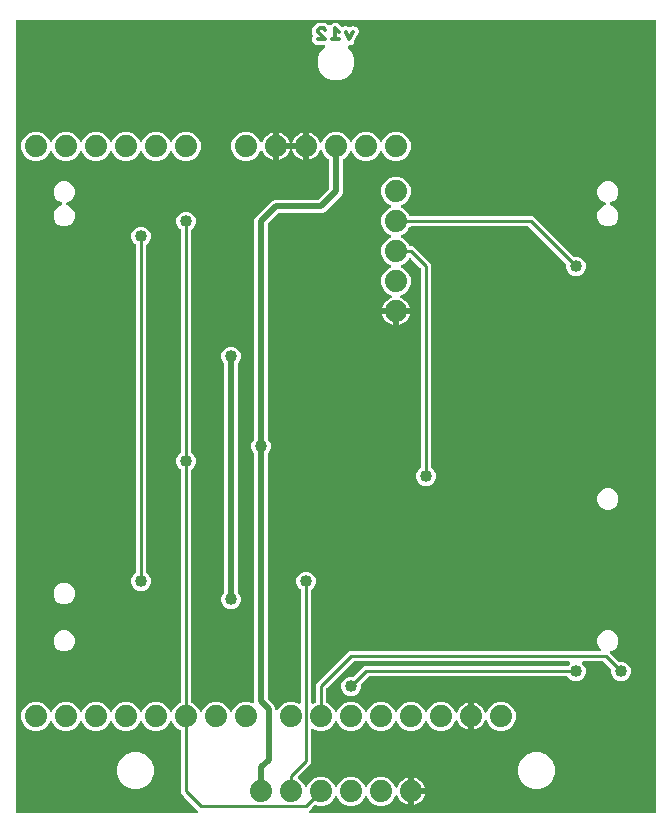
<source format=gbr>
G04 EAGLE Gerber RS-274X export*
G75*
%MOMM*%
%FSLAX34Y34*%
%LPD*%
%INBottom Copper*%
%IPPOS*%
%AMOC8*
5,1,8,0,0,1.08239X$1,22.5*%
G01*
%ADD10C,0.330200*%
%ADD11C,1.879600*%
%ADD12C,1.016000*%
%ADD13C,0.508000*%
%ADD14C,0.254000*%

G36*
X156721Y4442D02*
X156721Y4442D01*
X156860Y4455D01*
X156879Y4462D01*
X156899Y4465D01*
X157028Y4516D01*
X157159Y4563D01*
X157176Y4574D01*
X157195Y4582D01*
X157307Y4663D01*
X157422Y4741D01*
X157436Y4757D01*
X157452Y4768D01*
X157541Y4876D01*
X157633Y4980D01*
X157642Y4998D01*
X157655Y5013D01*
X157714Y5139D01*
X157777Y5263D01*
X157782Y5283D01*
X157790Y5301D01*
X157816Y5437D01*
X157847Y5573D01*
X157846Y5594D01*
X157850Y5613D01*
X157841Y5752D01*
X157837Y5891D01*
X157832Y5911D01*
X157830Y5931D01*
X157788Y6063D01*
X157749Y6197D01*
X157739Y6214D01*
X157732Y6233D01*
X157658Y6351D01*
X157587Y6471D01*
X157569Y6492D01*
X157562Y6502D01*
X157547Y6516D01*
X157481Y6591D01*
X145903Y18170D01*
X143001Y21071D01*
X143001Y73829D01*
X142998Y73858D01*
X143000Y73887D01*
X142978Y74015D01*
X142961Y74144D01*
X142951Y74171D01*
X142946Y74201D01*
X142892Y74319D01*
X142844Y74440D01*
X142827Y74464D01*
X142815Y74491D01*
X142734Y74592D01*
X142658Y74697D01*
X142635Y74716D01*
X142616Y74739D01*
X142513Y74817D01*
X142413Y74900D01*
X142386Y74913D01*
X142362Y74930D01*
X142218Y75001D01*
X140270Y75808D01*
X136768Y79310D01*
X135793Y81665D01*
X135724Y81785D01*
X135659Y81908D01*
X135645Y81923D01*
X135635Y81941D01*
X135538Y82041D01*
X135445Y82144D01*
X135428Y82155D01*
X135414Y82169D01*
X135295Y82242D01*
X135179Y82318D01*
X135160Y82325D01*
X135143Y82336D01*
X135010Y82376D01*
X134878Y82422D01*
X134858Y82423D01*
X134839Y82429D01*
X134700Y82436D01*
X134561Y82447D01*
X134541Y82443D01*
X134521Y82444D01*
X134385Y82416D01*
X134248Y82392D01*
X134229Y82384D01*
X134210Y82380D01*
X134084Y82319D01*
X133958Y82262D01*
X133942Y82249D01*
X133924Y82240D01*
X133818Y82150D01*
X133710Y82063D01*
X133697Y82047D01*
X133682Y82034D01*
X133602Y81920D01*
X133518Y81809D01*
X133506Y81784D01*
X133499Y81774D01*
X133492Y81755D01*
X133447Y81665D01*
X132472Y79310D01*
X128970Y75808D01*
X124396Y73913D01*
X119444Y73913D01*
X114870Y75808D01*
X111368Y79310D01*
X110393Y81665D01*
X110324Y81785D01*
X110259Y81908D01*
X110245Y81923D01*
X110235Y81941D01*
X110138Y82041D01*
X110045Y82144D01*
X110028Y82155D01*
X110014Y82169D01*
X109895Y82242D01*
X109779Y82318D01*
X109760Y82325D01*
X109743Y82336D01*
X109610Y82376D01*
X109478Y82422D01*
X109458Y82423D01*
X109439Y82429D01*
X109300Y82436D01*
X109161Y82447D01*
X109141Y82443D01*
X109121Y82444D01*
X108985Y82416D01*
X108848Y82392D01*
X108829Y82384D01*
X108810Y82380D01*
X108684Y82319D01*
X108558Y82262D01*
X108542Y82249D01*
X108524Y82240D01*
X108418Y82150D01*
X108310Y82063D01*
X108297Y82047D01*
X108282Y82034D01*
X108202Y81920D01*
X108118Y81809D01*
X108106Y81784D01*
X108099Y81774D01*
X108092Y81755D01*
X108047Y81665D01*
X107072Y79310D01*
X103570Y75808D01*
X98996Y73913D01*
X94044Y73913D01*
X89470Y75808D01*
X85968Y79310D01*
X84993Y81665D01*
X84924Y81785D01*
X84859Y81908D01*
X84845Y81923D01*
X84835Y81941D01*
X84738Y82041D01*
X84645Y82144D01*
X84628Y82155D01*
X84614Y82169D01*
X84495Y82242D01*
X84379Y82318D01*
X84360Y82325D01*
X84343Y82336D01*
X84210Y82376D01*
X84078Y82422D01*
X84058Y82423D01*
X84039Y82429D01*
X83900Y82436D01*
X83761Y82447D01*
X83741Y82443D01*
X83721Y82444D01*
X83585Y82416D01*
X83448Y82392D01*
X83429Y82384D01*
X83410Y82380D01*
X83284Y82319D01*
X83158Y82262D01*
X83142Y82249D01*
X83124Y82240D01*
X83018Y82150D01*
X82910Y82063D01*
X82897Y82047D01*
X82882Y82034D01*
X82802Y81920D01*
X82718Y81809D01*
X82706Y81784D01*
X82699Y81774D01*
X82692Y81755D01*
X82647Y81665D01*
X81672Y79310D01*
X78170Y75808D01*
X73596Y73913D01*
X68644Y73913D01*
X64070Y75808D01*
X60568Y79310D01*
X59593Y81665D01*
X59524Y81785D01*
X59459Y81908D01*
X59445Y81923D01*
X59435Y81941D01*
X59338Y82041D01*
X59245Y82144D01*
X59228Y82155D01*
X59214Y82169D01*
X59095Y82242D01*
X58979Y82318D01*
X58960Y82325D01*
X58943Y82336D01*
X58810Y82376D01*
X58678Y82422D01*
X58658Y82423D01*
X58639Y82429D01*
X58500Y82436D01*
X58361Y82447D01*
X58341Y82443D01*
X58321Y82444D01*
X58185Y82416D01*
X58048Y82392D01*
X58029Y82384D01*
X58010Y82380D01*
X57884Y82319D01*
X57758Y82262D01*
X57742Y82249D01*
X57724Y82240D01*
X57618Y82150D01*
X57510Y82063D01*
X57497Y82047D01*
X57482Y82034D01*
X57402Y81920D01*
X57318Y81809D01*
X57306Y81784D01*
X57299Y81774D01*
X57292Y81755D01*
X57247Y81665D01*
X56272Y79310D01*
X52770Y75808D01*
X48196Y73913D01*
X43244Y73913D01*
X38670Y75808D01*
X35168Y79310D01*
X34193Y81665D01*
X34124Y81785D01*
X34059Y81908D01*
X34045Y81923D01*
X34035Y81941D01*
X33938Y82041D01*
X33845Y82144D01*
X33828Y82155D01*
X33814Y82169D01*
X33695Y82242D01*
X33579Y82318D01*
X33560Y82325D01*
X33543Y82336D01*
X33410Y82376D01*
X33278Y82422D01*
X33258Y82423D01*
X33239Y82429D01*
X33100Y82436D01*
X32961Y82447D01*
X32941Y82443D01*
X32921Y82444D01*
X32785Y82416D01*
X32648Y82392D01*
X32629Y82384D01*
X32610Y82380D01*
X32484Y82319D01*
X32358Y82262D01*
X32342Y82249D01*
X32324Y82240D01*
X32218Y82150D01*
X32110Y82063D01*
X32097Y82047D01*
X32082Y82034D01*
X32002Y81920D01*
X31918Y81809D01*
X31906Y81784D01*
X31899Y81774D01*
X31892Y81755D01*
X31847Y81665D01*
X30872Y79310D01*
X27370Y75808D01*
X22796Y73913D01*
X17844Y73913D01*
X13270Y75808D01*
X9768Y79310D01*
X7873Y83884D01*
X7873Y88836D01*
X9768Y93410D01*
X13270Y96912D01*
X17844Y98807D01*
X22796Y98807D01*
X27370Y96912D01*
X30872Y93410D01*
X31847Y91055D01*
X31916Y90935D01*
X31981Y90812D01*
X31995Y90797D01*
X32005Y90779D01*
X32102Y90679D01*
X32195Y90576D01*
X32212Y90565D01*
X32226Y90551D01*
X32344Y90478D01*
X32461Y90402D01*
X32480Y90395D01*
X32497Y90384D01*
X32630Y90344D01*
X32762Y90298D01*
X32782Y90297D01*
X32801Y90291D01*
X32940Y90284D01*
X33079Y90273D01*
X33099Y90277D01*
X33119Y90276D01*
X33255Y90304D01*
X33392Y90328D01*
X33411Y90336D01*
X33430Y90340D01*
X33555Y90401D01*
X33682Y90458D01*
X33698Y90471D01*
X33716Y90480D01*
X33822Y90570D01*
X33930Y90657D01*
X33943Y90673D01*
X33958Y90686D01*
X34038Y90800D01*
X34122Y90911D01*
X34134Y90936D01*
X34141Y90946D01*
X34148Y90965D01*
X34193Y91055D01*
X35168Y93410D01*
X38670Y96912D01*
X43244Y98807D01*
X48196Y98807D01*
X52770Y96912D01*
X56272Y93410D01*
X57247Y91055D01*
X57316Y90935D01*
X57381Y90812D01*
X57395Y90797D01*
X57405Y90779D01*
X57502Y90679D01*
X57595Y90576D01*
X57612Y90565D01*
X57626Y90551D01*
X57744Y90478D01*
X57861Y90402D01*
X57880Y90395D01*
X57897Y90384D01*
X58030Y90344D01*
X58162Y90298D01*
X58182Y90297D01*
X58201Y90291D01*
X58340Y90284D01*
X58479Y90273D01*
X58499Y90277D01*
X58519Y90276D01*
X58655Y90304D01*
X58792Y90328D01*
X58811Y90336D01*
X58830Y90340D01*
X58955Y90401D01*
X59082Y90458D01*
X59098Y90471D01*
X59116Y90480D01*
X59222Y90570D01*
X59330Y90657D01*
X59343Y90673D01*
X59358Y90686D01*
X59438Y90800D01*
X59522Y90911D01*
X59534Y90936D01*
X59541Y90946D01*
X59548Y90965D01*
X59593Y91055D01*
X60568Y93410D01*
X64070Y96912D01*
X68644Y98807D01*
X73596Y98807D01*
X78170Y96912D01*
X81672Y93410D01*
X82647Y91055D01*
X82716Y90935D01*
X82781Y90812D01*
X82795Y90797D01*
X82805Y90779D01*
X82902Y90679D01*
X82995Y90576D01*
X83012Y90565D01*
X83026Y90551D01*
X83144Y90478D01*
X83261Y90402D01*
X83280Y90395D01*
X83297Y90384D01*
X83430Y90344D01*
X83562Y90298D01*
X83582Y90297D01*
X83601Y90291D01*
X83740Y90284D01*
X83879Y90273D01*
X83899Y90277D01*
X83919Y90276D01*
X84055Y90304D01*
X84192Y90328D01*
X84211Y90336D01*
X84230Y90340D01*
X84355Y90401D01*
X84482Y90458D01*
X84498Y90471D01*
X84516Y90480D01*
X84622Y90570D01*
X84730Y90657D01*
X84743Y90673D01*
X84758Y90686D01*
X84838Y90800D01*
X84922Y90911D01*
X84934Y90936D01*
X84941Y90946D01*
X84948Y90965D01*
X84993Y91055D01*
X85968Y93410D01*
X89470Y96912D01*
X94044Y98807D01*
X98996Y98807D01*
X103570Y96912D01*
X107072Y93410D01*
X108047Y91055D01*
X108116Y90935D01*
X108181Y90812D01*
X108195Y90797D01*
X108205Y90779D01*
X108302Y90679D01*
X108395Y90576D01*
X108412Y90565D01*
X108426Y90551D01*
X108544Y90478D01*
X108661Y90402D01*
X108680Y90395D01*
X108697Y90384D01*
X108830Y90344D01*
X108962Y90298D01*
X108982Y90297D01*
X109001Y90291D01*
X109140Y90284D01*
X109279Y90273D01*
X109299Y90277D01*
X109319Y90276D01*
X109455Y90304D01*
X109592Y90328D01*
X109611Y90336D01*
X109630Y90340D01*
X109755Y90401D01*
X109882Y90458D01*
X109898Y90471D01*
X109916Y90480D01*
X110022Y90570D01*
X110130Y90657D01*
X110143Y90673D01*
X110158Y90686D01*
X110238Y90800D01*
X110322Y90911D01*
X110334Y90936D01*
X110341Y90946D01*
X110348Y90965D01*
X110393Y91055D01*
X111368Y93410D01*
X114870Y96912D01*
X119444Y98807D01*
X124396Y98807D01*
X128970Y96912D01*
X132472Y93410D01*
X133447Y91055D01*
X133516Y90935D01*
X133581Y90812D01*
X133595Y90797D01*
X133605Y90779D01*
X133702Y90679D01*
X133795Y90576D01*
X133812Y90565D01*
X133826Y90551D01*
X133944Y90478D01*
X134061Y90402D01*
X134080Y90395D01*
X134097Y90384D01*
X134230Y90344D01*
X134362Y90298D01*
X134382Y90297D01*
X134401Y90291D01*
X134540Y90284D01*
X134679Y90273D01*
X134699Y90277D01*
X134719Y90276D01*
X134855Y90304D01*
X134992Y90328D01*
X135011Y90336D01*
X135030Y90340D01*
X135155Y90401D01*
X135282Y90458D01*
X135298Y90471D01*
X135316Y90480D01*
X135422Y90570D01*
X135530Y90657D01*
X135543Y90673D01*
X135558Y90686D01*
X135638Y90800D01*
X135722Y90911D01*
X135734Y90936D01*
X135741Y90946D01*
X135748Y90965D01*
X135793Y91055D01*
X136768Y93410D01*
X140270Y96912D01*
X142218Y97719D01*
X142243Y97733D01*
X142271Y97743D01*
X142381Y97812D01*
X142494Y97876D01*
X142515Y97897D01*
X142540Y97913D01*
X142629Y98007D01*
X142722Y98098D01*
X142738Y98123D01*
X142758Y98144D01*
X142821Y98258D01*
X142889Y98369D01*
X142897Y98397D01*
X142912Y98423D01*
X142944Y98549D01*
X142982Y98673D01*
X142984Y98702D01*
X142991Y98731D01*
X143001Y98891D01*
X143001Y294557D01*
X142989Y294655D01*
X142986Y294754D01*
X142969Y294813D01*
X142961Y294873D01*
X142925Y294965D01*
X142897Y295060D01*
X142867Y295112D01*
X142844Y295168D01*
X142786Y295248D01*
X142736Y295334D01*
X142670Y295409D01*
X142658Y295426D01*
X142648Y295434D01*
X142630Y295455D01*
X140429Y297655D01*
X139191Y300643D01*
X139191Y303877D01*
X140429Y306865D01*
X142630Y309065D01*
X142690Y309144D01*
X142758Y309216D01*
X142787Y309269D01*
X142824Y309317D01*
X142864Y309408D01*
X142912Y309494D01*
X142927Y309553D01*
X142951Y309608D01*
X142966Y309706D01*
X142991Y309802D01*
X142997Y309902D01*
X143001Y309923D01*
X142999Y309935D01*
X143001Y309963D01*
X143001Y497757D01*
X142989Y497855D01*
X142986Y497954D01*
X142969Y498013D01*
X142961Y498073D01*
X142925Y498165D01*
X142897Y498260D01*
X142867Y498312D01*
X142844Y498368D01*
X142786Y498448D01*
X142736Y498534D01*
X142670Y498609D01*
X142658Y498626D01*
X142648Y498634D01*
X142630Y498655D01*
X140429Y500855D01*
X139191Y503843D01*
X139191Y507077D01*
X140429Y510065D01*
X142715Y512351D01*
X145703Y513589D01*
X148937Y513589D01*
X151925Y512351D01*
X154211Y510065D01*
X155449Y507077D01*
X155449Y503843D01*
X154211Y500855D01*
X152010Y498655D01*
X151950Y498576D01*
X151882Y498504D01*
X151853Y498451D01*
X151816Y498403D01*
X151776Y498312D01*
X151728Y498226D01*
X151713Y498167D01*
X151689Y498112D01*
X151674Y498014D01*
X151649Y497918D01*
X151643Y497818D01*
X151639Y497797D01*
X151641Y497785D01*
X151639Y497757D01*
X151639Y309963D01*
X151651Y309865D01*
X151654Y309766D01*
X151671Y309707D01*
X151679Y309647D01*
X151715Y309555D01*
X151743Y309460D01*
X151773Y309408D01*
X151796Y309352D01*
X151854Y309272D01*
X151904Y309186D01*
X151970Y309111D01*
X151982Y309094D01*
X151992Y309086D01*
X152010Y309065D01*
X154211Y306865D01*
X155449Y303877D01*
X155449Y300643D01*
X154211Y297655D01*
X152010Y295455D01*
X151950Y295376D01*
X151882Y295304D01*
X151853Y295251D01*
X151816Y295203D01*
X151776Y295112D01*
X151728Y295026D01*
X151713Y294967D01*
X151689Y294912D01*
X151674Y294814D01*
X151649Y294718D01*
X151643Y294618D01*
X151639Y294597D01*
X151641Y294585D01*
X151639Y294557D01*
X151639Y98891D01*
X151642Y98862D01*
X151640Y98833D01*
X151662Y98705D01*
X151679Y98576D01*
X151689Y98549D01*
X151694Y98519D01*
X151748Y98401D01*
X151796Y98280D01*
X151813Y98256D01*
X151825Y98229D01*
X151906Y98128D01*
X151982Y98023D01*
X152005Y98004D01*
X152024Y97981D01*
X152127Y97903D01*
X152227Y97820D01*
X152254Y97807D01*
X152278Y97790D01*
X152422Y97719D01*
X154370Y96912D01*
X157872Y93410D01*
X158847Y91055D01*
X158916Y90935D01*
X158981Y90812D01*
X158995Y90797D01*
X159005Y90779D01*
X159102Y90679D01*
X159195Y90576D01*
X159212Y90565D01*
X159226Y90551D01*
X159345Y90478D01*
X159461Y90402D01*
X159480Y90395D01*
X159497Y90384D01*
X159630Y90344D01*
X159762Y90298D01*
X159782Y90297D01*
X159801Y90291D01*
X159940Y90284D01*
X160079Y90273D01*
X160099Y90277D01*
X160119Y90276D01*
X160255Y90304D01*
X160392Y90328D01*
X160411Y90336D01*
X160430Y90340D01*
X160556Y90401D01*
X160682Y90458D01*
X160698Y90471D01*
X160716Y90480D01*
X160822Y90570D01*
X160930Y90657D01*
X160943Y90673D01*
X160958Y90686D01*
X161038Y90800D01*
X161122Y90911D01*
X161134Y90936D01*
X161141Y90946D01*
X161148Y90965D01*
X161193Y91055D01*
X162168Y93410D01*
X165670Y96912D01*
X170244Y98807D01*
X175196Y98807D01*
X179770Y96912D01*
X183272Y93411D01*
X184247Y91055D01*
X184316Y90934D01*
X184381Y90812D01*
X184395Y90797D01*
X184405Y90779D01*
X184502Y90679D01*
X184595Y90576D01*
X184612Y90565D01*
X184626Y90551D01*
X184744Y90478D01*
X184861Y90402D01*
X184880Y90395D01*
X184897Y90384D01*
X185030Y90344D01*
X185162Y90298D01*
X185182Y90297D01*
X185201Y90291D01*
X185340Y90284D01*
X185479Y90273D01*
X185499Y90277D01*
X185519Y90276D01*
X185655Y90304D01*
X185792Y90328D01*
X185811Y90336D01*
X185830Y90340D01*
X185955Y90401D01*
X186082Y90458D01*
X186098Y90471D01*
X186116Y90480D01*
X186222Y90570D01*
X186330Y90657D01*
X186343Y90673D01*
X186358Y90686D01*
X186438Y90800D01*
X186522Y90911D01*
X186534Y90936D01*
X186541Y90946D01*
X186548Y90965D01*
X186593Y91055D01*
X187568Y93410D01*
X191070Y96912D01*
X195644Y98807D01*
X200596Y98807D01*
X203476Y97614D01*
X203524Y97600D01*
X203569Y97579D01*
X203677Y97559D01*
X203783Y97530D01*
X203833Y97529D01*
X203882Y97520D01*
X203991Y97526D01*
X204101Y97525D01*
X204149Y97536D01*
X204199Y97539D01*
X204303Y97573D01*
X204410Y97599D01*
X204454Y97622D01*
X204501Y97637D01*
X204594Y97696D01*
X204691Y97747D01*
X204728Y97781D01*
X204770Y97807D01*
X204845Y97888D01*
X204927Y97961D01*
X204954Y98003D01*
X204988Y98039D01*
X205041Y98135D01*
X205101Y98227D01*
X205118Y98274D01*
X205142Y98318D01*
X205169Y98424D01*
X205205Y98528D01*
X205209Y98577D01*
X205221Y98626D01*
X205231Y98786D01*
X205231Y308527D01*
X205219Y308625D01*
X205216Y308724D01*
X205199Y308783D01*
X205191Y308843D01*
X205155Y308935D01*
X205127Y309030D01*
X205097Y309082D01*
X205074Y309138D01*
X205016Y309218D01*
X204966Y309304D01*
X204900Y309379D01*
X204888Y309396D01*
X204878Y309404D01*
X204860Y309425D01*
X203929Y310355D01*
X202691Y313343D01*
X202691Y316577D01*
X203929Y319565D01*
X204860Y320495D01*
X204920Y320574D01*
X204988Y320646D01*
X205017Y320699D01*
X205054Y320747D01*
X205094Y320838D01*
X205142Y320924D01*
X205157Y320983D01*
X205181Y321038D01*
X205196Y321136D01*
X205221Y321232D01*
X205227Y321332D01*
X205231Y321353D01*
X205229Y321365D01*
X205231Y321393D01*
X205231Y506572D01*
X206082Y508626D01*
X220354Y522898D01*
X222408Y523749D01*
X258779Y523749D01*
X258878Y523761D01*
X258977Y523764D01*
X259035Y523781D01*
X259095Y523789D01*
X259187Y523825D01*
X259282Y523853D01*
X259334Y523883D01*
X259391Y523906D01*
X259471Y523964D01*
X259556Y524014D01*
X259631Y524080D01*
X259648Y524092D01*
X259656Y524102D01*
X259677Y524120D01*
X268360Y532803D01*
X268420Y532881D01*
X268488Y532954D01*
X268510Y532993D01*
X268533Y533021D01*
X268540Y533036D01*
X268554Y533054D01*
X268594Y533145D01*
X268642Y533232D01*
X268652Y533274D01*
X268669Y533309D01*
X268672Y533327D01*
X268681Y533346D01*
X268696Y533444D01*
X268721Y533540D01*
X268725Y533602D01*
X268729Y533621D01*
X268728Y533641D01*
X268731Y533660D01*
X268729Y533673D01*
X268731Y533701D01*
X268731Y556955D01*
X268728Y556984D01*
X268730Y557013D01*
X268708Y557141D01*
X268691Y557270D01*
X268681Y557298D01*
X268676Y557327D01*
X268622Y557445D01*
X268574Y557566D01*
X268557Y557590D01*
X268545Y557617D01*
X268464Y557718D01*
X268388Y557823D01*
X268365Y557842D01*
X268346Y557865D01*
X268243Y557943D01*
X268143Y558026D01*
X268116Y558039D01*
X268092Y558056D01*
X267948Y558127D01*
X267269Y558408D01*
X263768Y561910D01*
X262515Y564935D01*
X262500Y564961D01*
X262491Y564990D01*
X262421Y565099D01*
X262357Y565212D01*
X262336Y565233D01*
X262320Y565258D01*
X262226Y565347D01*
X262136Y565440D01*
X262110Y565456D01*
X262089Y565476D01*
X261975Y565539D01*
X261865Y565606D01*
X261836Y565615D01*
X261810Y565629D01*
X261685Y565662D01*
X261561Y565700D01*
X261531Y565701D01*
X261502Y565709D01*
X261372Y565709D01*
X261243Y565715D01*
X261214Y565709D01*
X261184Y565709D01*
X261059Y565677D01*
X260932Y565651D01*
X260905Y565638D01*
X260876Y565630D01*
X260763Y565568D01*
X260646Y565511D01*
X260623Y565492D01*
X260597Y565477D01*
X260503Y565389D01*
X260404Y565305D01*
X260387Y565280D01*
X260365Y565260D01*
X260296Y565151D01*
X260221Y565045D01*
X260210Y565017D01*
X260194Y564991D01*
X260135Y564842D01*
X259984Y564377D01*
X259131Y562703D01*
X258026Y561182D01*
X256698Y559854D01*
X255177Y558749D01*
X253503Y557896D01*
X251716Y557315D01*
X251459Y557275D01*
X251459Y567690D01*
X251444Y567808D01*
X251437Y567927D01*
X251424Y567965D01*
X251419Y568005D01*
X251376Y568116D01*
X251339Y568229D01*
X251317Y568263D01*
X251302Y568301D01*
X251232Y568397D01*
X251169Y568498D01*
X251139Y568526D01*
X251115Y568558D01*
X251024Y568634D01*
X250937Y568716D01*
X250902Y568735D01*
X250871Y568761D01*
X250763Y568812D01*
X250659Y568869D01*
X250619Y568880D01*
X250583Y568897D01*
X250466Y568919D01*
X250351Y568949D01*
X250290Y568953D01*
X250270Y568957D01*
X250250Y568955D01*
X250190Y568959D01*
X248919Y568959D01*
X248919Y568961D01*
X250190Y568961D01*
X250308Y568976D01*
X250427Y568983D01*
X250465Y568996D01*
X250505Y569001D01*
X250616Y569045D01*
X250729Y569081D01*
X250764Y569103D01*
X250801Y569118D01*
X250897Y569188D01*
X250998Y569251D01*
X251026Y569281D01*
X251059Y569305D01*
X251134Y569396D01*
X251216Y569483D01*
X251236Y569518D01*
X251261Y569550D01*
X251312Y569657D01*
X251370Y569762D01*
X251380Y569801D01*
X251397Y569837D01*
X251419Y569954D01*
X251449Y570069D01*
X251453Y570130D01*
X251457Y570150D01*
X251455Y570170D01*
X251459Y570230D01*
X251459Y580645D01*
X251716Y580605D01*
X253503Y580024D01*
X255177Y579171D01*
X256698Y578066D01*
X258026Y576738D01*
X259131Y575217D01*
X259984Y573543D01*
X260135Y573078D01*
X260148Y573051D01*
X260155Y573022D01*
X260215Y572908D01*
X260270Y572790D01*
X260289Y572767D01*
X260303Y572741D01*
X260390Y572645D01*
X260473Y572545D01*
X260497Y572528D01*
X260517Y572506D01*
X260626Y572434D01*
X260730Y572358D01*
X260758Y572347D01*
X260783Y572331D01*
X260906Y572289D01*
X261026Y572241D01*
X261056Y572237D01*
X261084Y572228D01*
X261213Y572217D01*
X261341Y572201D01*
X261371Y572205D01*
X261401Y572202D01*
X261529Y572225D01*
X261657Y572241D01*
X261685Y572252D01*
X261714Y572257D01*
X261832Y572310D01*
X261953Y572358D01*
X261977Y572375D01*
X262004Y572387D01*
X262105Y572468D01*
X262210Y572544D01*
X262229Y572567D01*
X262253Y572586D01*
X262331Y572690D01*
X262413Y572789D01*
X262426Y572816D01*
X262444Y572840D01*
X262515Y572985D01*
X263768Y576010D01*
X267270Y579512D01*
X271844Y581407D01*
X276796Y581407D01*
X281370Y579512D01*
X284872Y576010D01*
X285847Y573655D01*
X285916Y573535D01*
X285981Y573412D01*
X285995Y573397D01*
X286005Y573379D01*
X286102Y573279D01*
X286195Y573176D01*
X286212Y573165D01*
X286226Y573151D01*
X286345Y573078D01*
X286461Y573002D01*
X286480Y572995D01*
X286497Y572984D01*
X286630Y572943D01*
X286762Y572898D01*
X286782Y572897D01*
X286801Y572891D01*
X286940Y572884D01*
X287079Y572873D01*
X287099Y572877D01*
X287119Y572876D01*
X287255Y572904D01*
X287392Y572928D01*
X287411Y572936D01*
X287430Y572940D01*
X287556Y573001D01*
X287682Y573058D01*
X287698Y573071D01*
X287716Y573080D01*
X287822Y573170D01*
X287930Y573257D01*
X287943Y573273D01*
X287958Y573286D01*
X288038Y573400D01*
X288122Y573511D01*
X288134Y573536D01*
X288141Y573546D01*
X288148Y573565D01*
X288193Y573655D01*
X289168Y576011D01*
X292670Y579512D01*
X297244Y581407D01*
X302196Y581407D01*
X306770Y579512D01*
X310272Y576010D01*
X311247Y573655D01*
X311316Y573535D01*
X311381Y573412D01*
X311395Y573397D01*
X311405Y573379D01*
X311502Y573279D01*
X311595Y573176D01*
X311612Y573165D01*
X311626Y573151D01*
X311745Y573078D01*
X311861Y573002D01*
X311880Y572995D01*
X311897Y572984D01*
X312030Y572943D01*
X312162Y572898D01*
X312182Y572897D01*
X312201Y572891D01*
X312340Y572884D01*
X312479Y572873D01*
X312499Y572877D01*
X312519Y572876D01*
X312655Y572904D01*
X312792Y572928D01*
X312811Y572936D01*
X312830Y572940D01*
X312956Y573001D01*
X313082Y573058D01*
X313098Y573071D01*
X313116Y573080D01*
X313222Y573170D01*
X313330Y573257D01*
X313343Y573273D01*
X313358Y573286D01*
X313438Y573400D01*
X313522Y573511D01*
X313534Y573536D01*
X313541Y573546D01*
X313548Y573565D01*
X313593Y573655D01*
X314568Y576011D01*
X318070Y579512D01*
X322644Y581407D01*
X327596Y581407D01*
X332170Y579512D01*
X335672Y576010D01*
X337567Y571436D01*
X337567Y566484D01*
X335672Y561910D01*
X332170Y558408D01*
X327596Y556513D01*
X322644Y556513D01*
X318070Y558408D01*
X314568Y561909D01*
X313593Y564265D01*
X313524Y564386D01*
X313459Y564508D01*
X313445Y564523D01*
X313435Y564541D01*
X313338Y564641D01*
X313245Y564744D01*
X313228Y564755D01*
X313214Y564769D01*
X313096Y564842D01*
X312979Y564918D01*
X312960Y564925D01*
X312943Y564936D01*
X312810Y564976D01*
X312678Y565022D01*
X312658Y565023D01*
X312639Y565029D01*
X312500Y565036D01*
X312361Y565047D01*
X312341Y565043D01*
X312321Y565044D01*
X312185Y565016D01*
X312048Y564992D01*
X312029Y564984D01*
X312010Y564980D01*
X311885Y564919D01*
X311758Y564862D01*
X311742Y564849D01*
X311724Y564840D01*
X311618Y564750D01*
X311510Y564663D01*
X311497Y564647D01*
X311482Y564634D01*
X311402Y564520D01*
X311318Y564409D01*
X311306Y564384D01*
X311299Y564374D01*
X311292Y564355D01*
X311247Y564265D01*
X310272Y561910D01*
X306770Y558408D01*
X302196Y556513D01*
X297244Y556513D01*
X292670Y558408D01*
X289168Y561909D01*
X288193Y564265D01*
X288124Y564386D01*
X288059Y564508D01*
X288045Y564523D01*
X288035Y564541D01*
X287938Y564641D01*
X287845Y564744D01*
X287828Y564755D01*
X287814Y564769D01*
X287696Y564842D01*
X287579Y564918D01*
X287560Y564925D01*
X287543Y564936D01*
X287410Y564976D01*
X287278Y565022D01*
X287258Y565023D01*
X287239Y565029D01*
X287100Y565036D01*
X286961Y565047D01*
X286941Y565043D01*
X286921Y565044D01*
X286785Y565016D01*
X286648Y564992D01*
X286629Y564984D01*
X286610Y564980D01*
X286485Y564919D01*
X286358Y564862D01*
X286342Y564849D01*
X286324Y564840D01*
X286218Y564750D01*
X286110Y564663D01*
X286097Y564647D01*
X286082Y564634D01*
X286002Y564520D01*
X285918Y564409D01*
X285906Y564384D01*
X285899Y564374D01*
X285892Y564355D01*
X285847Y564265D01*
X284872Y561910D01*
X281371Y558408D01*
X280692Y558127D01*
X280667Y558113D01*
X280639Y558104D01*
X280529Y558034D01*
X280416Y557970D01*
X280395Y557949D01*
X280370Y557933D01*
X280281Y557839D01*
X280188Y557748D01*
X280172Y557723D01*
X280152Y557702D01*
X280089Y557588D01*
X280021Y557477D01*
X280013Y557449D01*
X279998Y557423D01*
X279966Y557298D01*
X279928Y557173D01*
X279926Y557144D01*
X279919Y557115D01*
X279909Y556955D01*
X279909Y529748D01*
X279058Y527694D01*
X264786Y513422D01*
X262732Y512571D01*
X226361Y512571D01*
X226262Y512559D01*
X226163Y512556D01*
X226105Y512539D01*
X226045Y512531D01*
X225953Y512495D01*
X225858Y512467D01*
X225806Y512437D01*
X225749Y512414D01*
X225669Y512356D01*
X225584Y512306D01*
X225509Y512240D01*
X225492Y512228D01*
X225484Y512218D01*
X225463Y512200D01*
X216780Y503517D01*
X216720Y503439D01*
X216652Y503366D01*
X216623Y503313D01*
X216586Y503266D01*
X216546Y503175D01*
X216498Y503088D01*
X216483Y503029D01*
X216459Y502974D01*
X216444Y502876D01*
X216419Y502780D01*
X216413Y502680D01*
X216409Y502660D01*
X216411Y502647D01*
X216409Y502619D01*
X216409Y321393D01*
X216421Y321295D01*
X216424Y321196D01*
X216441Y321137D01*
X216449Y321077D01*
X216485Y320985D01*
X216513Y320890D01*
X216543Y320838D01*
X216566Y320782D01*
X216624Y320702D01*
X216674Y320616D01*
X216740Y320541D01*
X216752Y320524D01*
X216762Y320516D01*
X216780Y320495D01*
X217711Y319565D01*
X218949Y316577D01*
X218949Y313343D01*
X217711Y310355D01*
X216780Y309425D01*
X216720Y309346D01*
X216652Y309274D01*
X216623Y309221D01*
X216586Y309173D01*
X216546Y309082D01*
X216498Y308996D01*
X216483Y308937D01*
X216459Y308882D01*
X216444Y308784D01*
X216419Y308688D01*
X216413Y308588D01*
X216409Y308567D01*
X216411Y308555D01*
X216409Y308527D01*
X216409Y101901D01*
X216421Y101802D01*
X216424Y101703D01*
X216441Y101645D01*
X216449Y101585D01*
X216485Y101493D01*
X216513Y101398D01*
X216543Y101346D01*
X216566Y101289D01*
X216624Y101209D01*
X216674Y101124D01*
X216740Y101049D01*
X216752Y101032D01*
X216762Y101024D01*
X216780Y101003D01*
X221908Y95876D01*
X222759Y93822D01*
X222759Y92767D01*
X222767Y92698D01*
X222766Y92628D01*
X222787Y92541D01*
X222799Y92452D01*
X222824Y92387D01*
X222841Y92319D01*
X222883Y92240D01*
X222916Y92156D01*
X222957Y92100D01*
X222989Y92038D01*
X223050Y91972D01*
X223102Y91899D01*
X223156Y91854D01*
X223203Y91803D01*
X223278Y91753D01*
X223347Y91696D01*
X223411Y91666D01*
X223469Y91628D01*
X223554Y91599D01*
X223635Y91561D01*
X223704Y91547D01*
X223770Y91525D01*
X223859Y91518D01*
X223947Y91501D01*
X224017Y91505D01*
X224087Y91500D01*
X224175Y91515D01*
X224265Y91520D01*
X224331Y91542D01*
X224400Y91554D01*
X224482Y91591D01*
X224567Y91619D01*
X224626Y91656D01*
X224690Y91685D01*
X224760Y91741D01*
X224836Y91789D01*
X224884Y91839D01*
X224938Y91883D01*
X224993Y91955D01*
X225054Y92020D01*
X225088Y92081D01*
X225130Y92137D01*
X225201Y92282D01*
X225668Y93411D01*
X229170Y96912D01*
X233744Y98807D01*
X238696Y98807D01*
X242846Y97088D01*
X242894Y97074D01*
X242939Y97053D01*
X243047Y97033D01*
X243153Y97004D01*
X243203Y97003D01*
X243252Y96993D01*
X243361Y97000D01*
X243471Y96999D01*
X243519Y97010D01*
X243569Y97013D01*
X243673Y97047D01*
X243780Y97073D01*
X243824Y97096D01*
X243871Y97111D01*
X243964Y97170D01*
X244061Y97221D01*
X244098Y97255D01*
X244140Y97281D01*
X244215Y97362D01*
X244297Y97435D01*
X244324Y97477D01*
X244358Y97513D01*
X244411Y97609D01*
X244471Y97701D01*
X244488Y97748D01*
X244512Y97792D01*
X244539Y97898D01*
X244575Y98002D01*
X244579Y98051D01*
X244591Y98099D01*
X244601Y98260D01*
X244601Y192957D01*
X244589Y193055D01*
X244586Y193154D01*
X244569Y193213D01*
X244561Y193273D01*
X244525Y193365D01*
X244497Y193460D01*
X244467Y193512D01*
X244444Y193568D01*
X244386Y193648D01*
X244336Y193734D01*
X244270Y193809D01*
X244258Y193826D01*
X244248Y193834D01*
X244230Y193855D01*
X242029Y196055D01*
X240791Y199043D01*
X240791Y202277D01*
X242029Y205265D01*
X244315Y207551D01*
X247303Y208789D01*
X250537Y208789D01*
X253525Y207551D01*
X255811Y205265D01*
X257049Y202277D01*
X257049Y199043D01*
X255811Y196055D01*
X253610Y193855D01*
X253550Y193776D01*
X253482Y193704D01*
X253453Y193651D01*
X253416Y193603D01*
X253376Y193512D01*
X253328Y193426D01*
X253313Y193367D01*
X253289Y193312D01*
X253274Y193214D01*
X253249Y193118D01*
X253243Y193018D01*
X253239Y192997D01*
X253241Y192985D01*
X253239Y192957D01*
X253239Y98260D01*
X253245Y98211D01*
X253243Y98161D01*
X253265Y98054D01*
X253279Y97945D01*
X253297Y97898D01*
X253307Y97850D01*
X253355Y97751D01*
X253396Y97649D01*
X253425Y97609D01*
X253447Y97564D01*
X253518Y97480D01*
X253582Y97392D01*
X253621Y97360D01*
X253653Y97322D01*
X253743Y97259D01*
X253827Y97189D01*
X253872Y97168D01*
X253913Y97139D01*
X254016Y97100D01*
X254115Y97053D01*
X254164Y97044D01*
X254210Y97026D01*
X254320Y97014D01*
X254427Y96993D01*
X254477Y96997D01*
X254526Y96991D01*
X254635Y97006D01*
X254745Y97013D01*
X254792Y97029D01*
X254841Y97035D01*
X254994Y97088D01*
X256518Y97719D01*
X256543Y97733D01*
X256571Y97743D01*
X256681Y97812D01*
X256794Y97876D01*
X256815Y97897D01*
X256840Y97913D01*
X256929Y98008D01*
X257022Y98098D01*
X257038Y98123D01*
X257058Y98144D01*
X257121Y98258D01*
X257189Y98369D01*
X257197Y98397D01*
X257212Y98423D01*
X257244Y98549D01*
X257282Y98673D01*
X257284Y98702D01*
X257291Y98731D01*
X257301Y98891D01*
X257301Y113549D01*
X285231Y141479D01*
X497340Y141479D01*
X497478Y141496D01*
X497617Y141509D01*
X497636Y141516D01*
X497656Y141519D01*
X497785Y141570D01*
X497916Y141617D01*
X497933Y141628D01*
X497951Y141636D01*
X498064Y141717D01*
X498179Y141795D01*
X498192Y141811D01*
X498209Y141822D01*
X498298Y141930D01*
X498389Y142034D01*
X498399Y142052D01*
X498412Y142067D01*
X498471Y142193D01*
X498534Y142317D01*
X498538Y142337D01*
X498547Y142355D01*
X498573Y142492D01*
X498604Y142627D01*
X498603Y142648D01*
X498607Y142667D01*
X498598Y142806D01*
X498594Y142945D01*
X498588Y142965D01*
X498587Y142985D01*
X498544Y143117D01*
X498506Y143251D01*
X498495Y143268D01*
X498489Y143287D01*
X498415Y143405D01*
X498344Y143525D01*
X498326Y143546D01*
X498319Y143556D01*
X498304Y143570D01*
X498238Y143645D01*
X496649Y145234D01*
X495271Y148560D01*
X495271Y152160D01*
X496649Y155486D01*
X499194Y158031D01*
X502520Y159409D01*
X506120Y159409D01*
X509446Y158031D01*
X511991Y155486D01*
X513369Y152160D01*
X513369Y148560D01*
X511991Y145234D01*
X509446Y142689D01*
X506996Y141674D01*
X506952Y141649D01*
X506906Y141633D01*
X506815Y141571D01*
X506719Y141516D01*
X506684Y141482D01*
X506642Y141454D01*
X506570Y141372D01*
X506491Y141295D01*
X506465Y141253D01*
X506432Y141216D01*
X506382Y141118D01*
X506325Y141024D01*
X506310Y140977D01*
X506287Y140932D01*
X506263Y140825D01*
X506231Y140720D01*
X506229Y140670D01*
X506218Y140622D01*
X506221Y140512D01*
X506216Y140402D01*
X506226Y140354D01*
X506227Y140304D01*
X506258Y140198D01*
X506280Y140091D01*
X506302Y140046D01*
X506316Y139999D01*
X506372Y139904D01*
X506420Y139805D01*
X506452Y139767D01*
X506477Y139725D01*
X506584Y139604D01*
X507610Y138577D01*
X513227Y132960D01*
X513305Y132900D01*
X513378Y132832D01*
X513431Y132803D01*
X513478Y132766D01*
X513569Y132726D01*
X513656Y132678D01*
X513715Y132663D01*
X513770Y132639D01*
X513868Y132624D01*
X513964Y132599D01*
X514064Y132593D01*
X514084Y132589D01*
X514097Y132591D01*
X514125Y132589D01*
X517237Y132589D01*
X520225Y131351D01*
X522511Y129065D01*
X523749Y126077D01*
X523749Y122843D01*
X522511Y119855D01*
X520225Y117569D01*
X517237Y116331D01*
X514003Y116331D01*
X511015Y117569D01*
X508729Y119855D01*
X507491Y122843D01*
X507491Y125955D01*
X507479Y126054D01*
X507476Y126153D01*
X507459Y126211D01*
X507451Y126271D01*
X507415Y126363D01*
X507387Y126458D01*
X507357Y126510D01*
X507334Y126567D01*
X507276Y126647D01*
X507226Y126732D01*
X507160Y126807D01*
X507148Y126824D01*
X507138Y126832D01*
X507120Y126853D01*
X501503Y132470D01*
X501425Y132530D01*
X501352Y132598D01*
X501299Y132627D01*
X501252Y132664D01*
X501161Y132704D01*
X501074Y132752D01*
X501015Y132767D01*
X500960Y132791D01*
X500862Y132806D01*
X500766Y132831D01*
X500666Y132837D01*
X500646Y132841D01*
X500633Y132839D01*
X500605Y132841D01*
X483699Y132841D01*
X483561Y132824D01*
X483422Y132811D01*
X483403Y132804D01*
X483383Y132801D01*
X483254Y132750D01*
X483123Y132703D01*
X483106Y132692D01*
X483088Y132684D01*
X482975Y132603D01*
X482860Y132525D01*
X482847Y132509D01*
X482830Y132498D01*
X482741Y132390D01*
X482649Y132286D01*
X482640Y132268D01*
X482627Y132253D01*
X482568Y132127D01*
X482505Y132003D01*
X482500Y131983D01*
X482492Y131965D01*
X482466Y131828D01*
X482435Y131693D01*
X482436Y131672D01*
X482432Y131653D01*
X482441Y131514D01*
X482445Y131375D01*
X482451Y131355D01*
X482452Y131335D01*
X482495Y131203D01*
X482533Y131069D01*
X482544Y131052D01*
X482550Y131033D01*
X482624Y130915D01*
X482695Y130795D01*
X482713Y130774D01*
X482720Y130764D01*
X482735Y130750D01*
X482801Y130675D01*
X484411Y129065D01*
X485649Y126077D01*
X485649Y122843D01*
X484411Y119855D01*
X482125Y117569D01*
X479137Y116331D01*
X475903Y116331D01*
X472915Y117569D01*
X470715Y119770D01*
X470636Y119830D01*
X470564Y119898D01*
X470511Y119927D01*
X470463Y119964D01*
X470372Y120004D01*
X470286Y120052D01*
X470227Y120067D01*
X470172Y120091D01*
X470074Y120106D01*
X469978Y120131D01*
X469878Y120137D01*
X469857Y120141D01*
X469845Y120139D01*
X469817Y120141D01*
X302035Y120141D01*
X301936Y120129D01*
X301837Y120126D01*
X301779Y120109D01*
X301719Y120101D01*
X301627Y120065D01*
X301532Y120037D01*
X301480Y120007D01*
X301423Y119984D01*
X301343Y119926D01*
X301258Y119876D01*
X301183Y119810D01*
X301166Y119798D01*
X301158Y119788D01*
X301137Y119770D01*
X295520Y114153D01*
X295460Y114075D01*
X295392Y114002D01*
X295363Y113949D01*
X295326Y113902D01*
X295286Y113811D01*
X295238Y113724D01*
X295223Y113665D01*
X295199Y113610D01*
X295184Y113512D01*
X295159Y113416D01*
X295153Y113316D01*
X295149Y113296D01*
X295151Y113283D01*
X295149Y113255D01*
X295149Y110143D01*
X293911Y107155D01*
X291625Y104869D01*
X288637Y103631D01*
X285403Y103631D01*
X282415Y104869D01*
X280129Y107155D01*
X278891Y110143D01*
X278891Y113377D01*
X280129Y116365D01*
X282415Y118651D01*
X285403Y119889D01*
X288515Y119889D01*
X288614Y119901D01*
X288713Y119904D01*
X288771Y119921D01*
X288831Y119929D01*
X288923Y119965D01*
X289018Y119993D01*
X289070Y120023D01*
X289127Y120046D01*
X289207Y120104D01*
X289292Y120154D01*
X289367Y120220D01*
X289384Y120232D01*
X289392Y120242D01*
X289413Y120260D01*
X297931Y128779D01*
X469817Y128779D01*
X469915Y128791D01*
X470014Y128794D01*
X470073Y128811D01*
X470133Y128819D01*
X470225Y128855D01*
X470320Y128883D01*
X470372Y128913D01*
X470428Y128936D01*
X470508Y128994D01*
X470594Y129044D01*
X470669Y129110D01*
X470686Y129122D01*
X470694Y129132D01*
X470715Y129150D01*
X472239Y130675D01*
X472324Y130784D01*
X472413Y130891D01*
X472421Y130910D01*
X472434Y130926D01*
X472489Y131053D01*
X472548Y131179D01*
X472552Y131199D01*
X472560Y131218D01*
X472582Y131356D01*
X472608Y131492D01*
X472607Y131512D01*
X472610Y131532D01*
X472597Y131671D01*
X472588Y131809D01*
X472582Y131828D01*
X472580Y131848D01*
X472533Y131980D01*
X472490Y132111D01*
X472479Y132129D01*
X472472Y132148D01*
X472394Y132263D01*
X472320Y132380D01*
X472305Y132394D01*
X472294Y132411D01*
X472190Y132503D01*
X472088Y132598D01*
X472071Y132608D01*
X472055Y132621D01*
X471931Y132685D01*
X471810Y132752D01*
X471790Y132757D01*
X471772Y132766D01*
X471636Y132796D01*
X471502Y132831D01*
X471474Y132833D01*
X471462Y132836D01*
X471441Y132835D01*
X471341Y132841D01*
X289335Y132841D01*
X289236Y132829D01*
X289137Y132826D01*
X289079Y132809D01*
X289019Y132801D01*
X288927Y132765D01*
X288832Y132737D01*
X288780Y132707D01*
X288723Y132684D01*
X288643Y132626D01*
X288558Y132576D01*
X288483Y132510D01*
X288466Y132498D01*
X288458Y132488D01*
X288437Y132470D01*
X266310Y110343D01*
X266250Y110265D01*
X266182Y110192D01*
X266153Y110139D01*
X266116Y110092D01*
X266076Y110001D01*
X266028Y109914D01*
X266013Y109855D01*
X265989Y109800D01*
X265974Y109702D01*
X265949Y109606D01*
X265943Y109506D01*
X265939Y109486D01*
X265941Y109473D01*
X265939Y109445D01*
X265939Y98891D01*
X265942Y98862D01*
X265940Y98833D01*
X265962Y98705D01*
X265979Y98576D01*
X265989Y98549D01*
X265994Y98519D01*
X266048Y98401D01*
X266096Y98280D01*
X266113Y98256D01*
X266125Y98229D01*
X266206Y98128D01*
X266282Y98023D01*
X266305Y98004D01*
X266324Y97981D01*
X266427Y97903D01*
X266527Y97820D01*
X266554Y97807D01*
X266578Y97790D01*
X266722Y97719D01*
X268670Y96912D01*
X272172Y93411D01*
X273147Y91055D01*
X273216Y90934D01*
X273281Y90812D01*
X273295Y90797D01*
X273305Y90779D01*
X273402Y90679D01*
X273495Y90576D01*
X273512Y90565D01*
X273526Y90551D01*
X273644Y90478D01*
X273761Y90402D01*
X273780Y90395D01*
X273797Y90384D01*
X273930Y90344D01*
X274062Y90298D01*
X274082Y90297D01*
X274101Y90291D01*
X274240Y90284D01*
X274379Y90273D01*
X274399Y90277D01*
X274419Y90276D01*
X274555Y90304D01*
X274692Y90328D01*
X274711Y90336D01*
X274730Y90340D01*
X274855Y90401D01*
X274982Y90458D01*
X274998Y90471D01*
X275016Y90480D01*
X275122Y90570D01*
X275230Y90657D01*
X275243Y90673D01*
X275258Y90686D01*
X275338Y90800D01*
X275422Y90911D01*
X275434Y90936D01*
X275441Y90946D01*
X275448Y90965D01*
X275493Y91055D01*
X276468Y93410D01*
X279970Y96912D01*
X284544Y98807D01*
X289496Y98807D01*
X294070Y96912D01*
X297572Y93411D01*
X298547Y91055D01*
X298616Y90934D01*
X298681Y90812D01*
X298695Y90797D01*
X298705Y90779D01*
X298802Y90679D01*
X298895Y90576D01*
X298912Y90565D01*
X298926Y90551D01*
X299044Y90478D01*
X299161Y90402D01*
X299180Y90395D01*
X299197Y90384D01*
X299330Y90344D01*
X299462Y90298D01*
X299482Y90297D01*
X299501Y90291D01*
X299640Y90284D01*
X299779Y90273D01*
X299799Y90277D01*
X299819Y90276D01*
X299955Y90304D01*
X300092Y90328D01*
X300111Y90336D01*
X300130Y90340D01*
X300255Y90401D01*
X300382Y90458D01*
X300398Y90471D01*
X300416Y90480D01*
X300522Y90570D01*
X300630Y90657D01*
X300643Y90673D01*
X300658Y90686D01*
X300738Y90800D01*
X300822Y90911D01*
X300834Y90936D01*
X300841Y90946D01*
X300848Y90965D01*
X300893Y91055D01*
X301868Y93410D01*
X305370Y96912D01*
X309944Y98807D01*
X314896Y98807D01*
X319470Y96912D01*
X322972Y93411D01*
X323947Y91055D01*
X324016Y90934D01*
X324081Y90812D01*
X324095Y90797D01*
X324105Y90779D01*
X324202Y90679D01*
X324295Y90576D01*
X324312Y90565D01*
X324326Y90551D01*
X324444Y90478D01*
X324561Y90402D01*
X324580Y90395D01*
X324597Y90384D01*
X324730Y90344D01*
X324862Y90298D01*
X324882Y90297D01*
X324901Y90291D01*
X325040Y90284D01*
X325179Y90273D01*
X325199Y90277D01*
X325219Y90276D01*
X325355Y90304D01*
X325492Y90328D01*
X325511Y90336D01*
X325530Y90340D01*
X325655Y90401D01*
X325782Y90458D01*
X325798Y90471D01*
X325816Y90480D01*
X325922Y90570D01*
X326030Y90657D01*
X326043Y90673D01*
X326058Y90686D01*
X326138Y90800D01*
X326222Y90911D01*
X326234Y90936D01*
X326241Y90946D01*
X326248Y90965D01*
X326293Y91055D01*
X327268Y93410D01*
X330770Y96912D01*
X335344Y98807D01*
X340296Y98807D01*
X344870Y96912D01*
X348372Y93411D01*
X349347Y91055D01*
X349416Y90934D01*
X349481Y90812D01*
X349495Y90797D01*
X349505Y90779D01*
X349602Y90679D01*
X349695Y90576D01*
X349712Y90565D01*
X349726Y90551D01*
X349844Y90478D01*
X349961Y90402D01*
X349980Y90395D01*
X349997Y90384D01*
X350130Y90344D01*
X350262Y90298D01*
X350282Y90297D01*
X350301Y90291D01*
X350440Y90284D01*
X350579Y90273D01*
X350599Y90277D01*
X350619Y90276D01*
X350755Y90304D01*
X350892Y90328D01*
X350911Y90336D01*
X350930Y90340D01*
X351055Y90401D01*
X351182Y90458D01*
X351198Y90471D01*
X351216Y90480D01*
X351322Y90570D01*
X351430Y90657D01*
X351443Y90673D01*
X351458Y90686D01*
X351538Y90800D01*
X351622Y90911D01*
X351634Y90936D01*
X351641Y90946D01*
X351648Y90965D01*
X351693Y91055D01*
X352668Y93410D01*
X356170Y96912D01*
X360744Y98807D01*
X365696Y98807D01*
X370270Y96912D01*
X373772Y93410D01*
X375025Y90385D01*
X375040Y90359D01*
X375049Y90330D01*
X375119Y90221D01*
X375183Y90108D01*
X375204Y90087D01*
X375220Y90062D01*
X375314Y89973D01*
X375404Y89880D01*
X375430Y89864D01*
X375451Y89844D01*
X375565Y89781D01*
X375675Y89714D01*
X375704Y89705D01*
X375730Y89691D01*
X375855Y89658D01*
X375979Y89620D01*
X376009Y89619D01*
X376038Y89611D01*
X376168Y89611D01*
X376297Y89605D01*
X376326Y89611D01*
X376356Y89611D01*
X376481Y89643D01*
X376608Y89669D01*
X376635Y89682D01*
X376664Y89690D01*
X376777Y89752D01*
X376894Y89809D01*
X376917Y89828D01*
X376943Y89843D01*
X377037Y89931D01*
X377136Y90015D01*
X377153Y90040D01*
X377175Y90060D01*
X377244Y90169D01*
X377319Y90275D01*
X377330Y90303D01*
X377346Y90329D01*
X377405Y90478D01*
X377556Y90943D01*
X378409Y92617D01*
X379514Y94138D01*
X380842Y95466D01*
X382363Y96571D01*
X384037Y97424D01*
X385824Y98005D01*
X386081Y98045D01*
X386081Y87630D01*
X386096Y87512D01*
X386103Y87393D01*
X386116Y87355D01*
X386121Y87315D01*
X386164Y87204D01*
X386201Y87091D01*
X386223Y87057D01*
X386238Y87019D01*
X386308Y86923D01*
X386371Y86822D01*
X386401Y86794D01*
X386424Y86762D01*
X386516Y86686D01*
X386603Y86604D01*
X386638Y86585D01*
X386669Y86559D01*
X386777Y86508D01*
X386881Y86451D01*
X386921Y86440D01*
X386957Y86423D01*
X387074Y86401D01*
X387189Y86371D01*
X387250Y86367D01*
X387270Y86363D01*
X387290Y86365D01*
X387350Y86361D01*
X389890Y86361D01*
X390008Y86376D01*
X390127Y86383D01*
X390165Y86396D01*
X390205Y86401D01*
X390316Y86445D01*
X390429Y86481D01*
X390464Y86503D01*
X390501Y86518D01*
X390597Y86588D01*
X390698Y86651D01*
X390726Y86681D01*
X390759Y86705D01*
X390834Y86796D01*
X390916Y86883D01*
X390936Y86918D01*
X390961Y86950D01*
X391012Y87057D01*
X391070Y87162D01*
X391080Y87201D01*
X391097Y87237D01*
X391119Y87354D01*
X391149Y87469D01*
X391153Y87530D01*
X391157Y87550D01*
X391155Y87570D01*
X391159Y87630D01*
X391159Y98045D01*
X391416Y98005D01*
X393203Y97424D01*
X394877Y96571D01*
X396398Y95466D01*
X397726Y94138D01*
X398831Y92617D01*
X399684Y90943D01*
X399835Y90478D01*
X399848Y90451D01*
X399855Y90422D01*
X399915Y90308D01*
X399970Y90190D01*
X399989Y90167D01*
X400003Y90141D01*
X400090Y90045D01*
X400173Y89945D01*
X400197Y89928D01*
X400217Y89906D01*
X400326Y89834D01*
X400430Y89758D01*
X400458Y89747D01*
X400483Y89731D01*
X400606Y89689D01*
X400726Y89641D01*
X400756Y89637D01*
X400784Y89628D01*
X400913Y89617D01*
X401041Y89601D01*
X401071Y89605D01*
X401101Y89602D01*
X401229Y89625D01*
X401357Y89641D01*
X401385Y89652D01*
X401414Y89657D01*
X401532Y89710D01*
X401653Y89758D01*
X401677Y89775D01*
X401704Y89787D01*
X401805Y89868D01*
X401910Y89944D01*
X401929Y89967D01*
X401953Y89986D01*
X402031Y90090D01*
X402113Y90189D01*
X402126Y90216D01*
X402144Y90240D01*
X402215Y90385D01*
X403468Y93410D01*
X406970Y96912D01*
X411544Y98807D01*
X416496Y98807D01*
X421070Y96912D01*
X424572Y93410D01*
X426467Y88836D01*
X426467Y83884D01*
X424572Y79310D01*
X421070Y75808D01*
X416496Y73913D01*
X411544Y73913D01*
X406970Y75808D01*
X403468Y79310D01*
X402215Y82335D01*
X402200Y82361D01*
X402191Y82388D01*
X402191Y82389D01*
X402191Y82390D01*
X402121Y82499D01*
X402057Y82612D01*
X402036Y82633D01*
X402020Y82658D01*
X401926Y82747D01*
X401836Y82840D01*
X401810Y82856D01*
X401789Y82876D01*
X401675Y82939D01*
X401565Y83006D01*
X401536Y83015D01*
X401510Y83029D01*
X401385Y83062D01*
X401261Y83100D01*
X401231Y83101D01*
X401202Y83109D01*
X401191Y83109D01*
X401042Y83118D01*
X400996Y83112D01*
X400943Y83115D01*
X400914Y83109D01*
X400884Y83109D01*
X400801Y83088D01*
X400726Y83078D01*
X400684Y83061D01*
X400632Y83051D01*
X400605Y83038D01*
X400576Y83030D01*
X400502Y82990D01*
X400431Y82961D01*
X400393Y82934D01*
X400346Y82911D01*
X400323Y82892D01*
X400297Y82877D01*
X400236Y82820D01*
X400173Y82775D01*
X400143Y82738D01*
X400104Y82705D01*
X400087Y82680D01*
X400065Y82660D01*
X400021Y82590D01*
X399971Y82530D01*
X399950Y82486D01*
X399921Y82445D01*
X399910Y82417D01*
X399894Y82391D01*
X399835Y82242D01*
X399684Y81777D01*
X398831Y80103D01*
X397726Y78582D01*
X396398Y77254D01*
X394877Y76149D01*
X393203Y75296D01*
X391416Y74715D01*
X391159Y74675D01*
X391159Y85090D01*
X391144Y85208D01*
X391137Y85327D01*
X391124Y85365D01*
X391119Y85405D01*
X391076Y85516D01*
X391039Y85629D01*
X391017Y85663D01*
X391002Y85701D01*
X390932Y85797D01*
X390869Y85898D01*
X390839Y85926D01*
X390815Y85958D01*
X390724Y86034D01*
X390637Y86116D01*
X390602Y86135D01*
X390571Y86161D01*
X390463Y86212D01*
X390359Y86269D01*
X390319Y86280D01*
X390283Y86297D01*
X390166Y86319D01*
X390051Y86349D01*
X389990Y86353D01*
X389970Y86357D01*
X389950Y86355D01*
X389890Y86359D01*
X387350Y86359D01*
X387232Y86344D01*
X387113Y86337D01*
X387075Y86324D01*
X387034Y86319D01*
X386924Y86275D01*
X386811Y86239D01*
X386776Y86217D01*
X386739Y86202D01*
X386643Y86132D01*
X386542Y86069D01*
X386514Y86039D01*
X386481Y86015D01*
X386406Y85924D01*
X386324Y85837D01*
X386304Y85802D01*
X386279Y85770D01*
X386228Y85663D01*
X386170Y85558D01*
X386160Y85519D01*
X386143Y85483D01*
X386121Y85366D01*
X386091Y85251D01*
X386087Y85190D01*
X386083Y85170D01*
X386085Y85150D01*
X386081Y85090D01*
X386081Y74675D01*
X385824Y74715D01*
X384037Y75296D01*
X382363Y76149D01*
X380842Y77254D01*
X379514Y78582D01*
X378409Y80103D01*
X377556Y81777D01*
X377405Y82242D01*
X377392Y82269D01*
X377385Y82298D01*
X377362Y82342D01*
X377347Y82388D01*
X377304Y82455D01*
X377270Y82530D01*
X377251Y82553D01*
X377237Y82579D01*
X377202Y82617D01*
X377177Y82657D01*
X377120Y82711D01*
X377067Y82775D01*
X377043Y82792D01*
X377023Y82814D01*
X376979Y82843D01*
X376945Y82875D01*
X376878Y82912D01*
X376810Y82962D01*
X376782Y82973D01*
X376757Y82989D01*
X376707Y83006D01*
X376667Y83029D01*
X376593Y83048D01*
X376514Y83079D01*
X376484Y83083D01*
X376456Y83092D01*
X376403Y83097D01*
X376359Y83108D01*
X376209Y83118D01*
X376199Y83119D01*
X376169Y83115D01*
X376139Y83118D01*
X376011Y83095D01*
X375883Y83079D01*
X375855Y83068D01*
X375826Y83063D01*
X375708Y83010D01*
X375587Y82962D01*
X375563Y82945D01*
X375536Y82933D01*
X375435Y82852D01*
X375330Y82776D01*
X375311Y82753D01*
X375287Y82734D01*
X375209Y82630D01*
X375127Y82531D01*
X375126Y82530D01*
X375114Y82504D01*
X375096Y82480D01*
X375025Y82335D01*
X373772Y79310D01*
X370270Y75808D01*
X365696Y73913D01*
X360744Y73913D01*
X356170Y75808D01*
X352668Y79310D01*
X351693Y81665D01*
X351624Y81785D01*
X351559Y81908D01*
X351545Y81923D01*
X351535Y81941D01*
X351438Y82041D01*
X351345Y82144D01*
X351328Y82155D01*
X351314Y82169D01*
X351195Y82242D01*
X351079Y82318D01*
X351060Y82325D01*
X351043Y82336D01*
X350910Y82377D01*
X350778Y82422D01*
X350758Y82423D01*
X350739Y82429D01*
X350600Y82436D01*
X350461Y82447D01*
X350441Y82443D01*
X350421Y82444D01*
X350285Y82416D01*
X350148Y82392D01*
X350129Y82384D01*
X350110Y82380D01*
X349984Y82319D01*
X349858Y82262D01*
X349842Y82249D01*
X349824Y82240D01*
X349718Y82150D01*
X349610Y82063D01*
X349597Y82047D01*
X349582Y82034D01*
X349502Y81920D01*
X349418Y81809D01*
X349406Y81784D01*
X349399Y81774D01*
X349392Y81755D01*
X349347Y81665D01*
X348372Y79309D01*
X344870Y75808D01*
X340296Y73913D01*
X335344Y73913D01*
X330770Y75808D01*
X327268Y79310D01*
X326293Y81665D01*
X326224Y81785D01*
X326159Y81908D01*
X326145Y81923D01*
X326135Y81941D01*
X326038Y82041D01*
X325945Y82144D01*
X325928Y82155D01*
X325914Y82169D01*
X325795Y82242D01*
X325679Y82318D01*
X325660Y82325D01*
X325643Y82336D01*
X325510Y82377D01*
X325378Y82422D01*
X325358Y82423D01*
X325339Y82429D01*
X325200Y82436D01*
X325061Y82447D01*
X325041Y82443D01*
X325021Y82444D01*
X324885Y82416D01*
X324748Y82392D01*
X324729Y82384D01*
X324710Y82380D01*
X324584Y82319D01*
X324458Y82262D01*
X324442Y82249D01*
X324424Y82240D01*
X324318Y82150D01*
X324210Y82063D01*
X324197Y82047D01*
X324182Y82034D01*
X324102Y81920D01*
X324018Y81809D01*
X324006Y81784D01*
X323999Y81774D01*
X323992Y81755D01*
X323947Y81665D01*
X322972Y79309D01*
X319470Y75808D01*
X314896Y73913D01*
X309944Y73913D01*
X305370Y75808D01*
X301868Y79310D01*
X300893Y81665D01*
X300824Y81785D01*
X300759Y81908D01*
X300745Y81923D01*
X300735Y81941D01*
X300638Y82041D01*
X300545Y82144D01*
X300528Y82155D01*
X300514Y82169D01*
X300395Y82242D01*
X300279Y82318D01*
X300260Y82325D01*
X300243Y82336D01*
X300110Y82377D01*
X299978Y82422D01*
X299958Y82423D01*
X299939Y82429D01*
X299800Y82436D01*
X299661Y82447D01*
X299641Y82443D01*
X299621Y82444D01*
X299485Y82416D01*
X299348Y82392D01*
X299329Y82384D01*
X299310Y82380D01*
X299184Y82319D01*
X299058Y82262D01*
X299042Y82249D01*
X299024Y82240D01*
X298918Y82150D01*
X298810Y82063D01*
X298797Y82047D01*
X298782Y82034D01*
X298702Y81920D01*
X298618Y81809D01*
X298606Y81784D01*
X298599Y81774D01*
X298592Y81755D01*
X298547Y81665D01*
X297572Y79309D01*
X294070Y75808D01*
X289496Y73913D01*
X284544Y73913D01*
X279970Y75808D01*
X276468Y79310D01*
X275493Y81665D01*
X275424Y81785D01*
X275359Y81908D01*
X275345Y81923D01*
X275335Y81941D01*
X275238Y82041D01*
X275145Y82144D01*
X275128Y82155D01*
X275114Y82169D01*
X274995Y82242D01*
X274879Y82318D01*
X274860Y82325D01*
X274843Y82336D01*
X274710Y82377D01*
X274578Y82422D01*
X274558Y82423D01*
X274539Y82429D01*
X274400Y82436D01*
X274261Y82447D01*
X274241Y82443D01*
X274221Y82444D01*
X274085Y82416D01*
X273948Y82392D01*
X273929Y82384D01*
X273910Y82380D01*
X273784Y82319D01*
X273658Y82262D01*
X273642Y82249D01*
X273624Y82240D01*
X273518Y82150D01*
X273410Y82063D01*
X273397Y82047D01*
X273382Y82034D01*
X273302Y81920D01*
X273218Y81809D01*
X273206Y81784D01*
X273199Y81774D01*
X273192Y81755D01*
X273147Y81665D01*
X272172Y79309D01*
X268670Y75808D01*
X264096Y73913D01*
X259144Y73913D01*
X254994Y75632D01*
X254946Y75646D01*
X254901Y75667D01*
X254793Y75687D01*
X254687Y75716D01*
X254637Y75717D01*
X254588Y75727D01*
X254479Y75720D01*
X254369Y75721D01*
X254321Y75710D01*
X254271Y75707D01*
X254167Y75673D01*
X254060Y75647D01*
X254016Y75624D01*
X253969Y75609D01*
X253876Y75550D01*
X253779Y75499D01*
X253742Y75465D01*
X253700Y75439D01*
X253625Y75358D01*
X253543Y75285D01*
X253516Y75243D01*
X253482Y75207D01*
X253429Y75111D01*
X253369Y75019D01*
X253352Y74972D01*
X253328Y74928D01*
X253301Y74822D01*
X253265Y74718D01*
X253261Y74669D01*
X253249Y74621D01*
X253239Y74460D01*
X253239Y46471D01*
X242428Y35660D01*
X242398Y35621D01*
X242361Y35588D01*
X242300Y35496D01*
X242233Y35409D01*
X242213Y35363D01*
X242186Y35322D01*
X242150Y35218D01*
X242107Y35117D01*
X242099Y35068D01*
X242083Y35021D01*
X242074Y34912D01*
X242057Y34803D01*
X242062Y34754D01*
X242058Y34704D01*
X242076Y34596D01*
X242087Y34487D01*
X242103Y34440D01*
X242112Y34391D01*
X242157Y34291D01*
X242194Y34187D01*
X242222Y34146D01*
X242243Y34101D01*
X242311Y34015D01*
X242373Y33924D01*
X242410Y33891D01*
X242441Y33852D01*
X242529Y33786D01*
X242611Y33714D01*
X242656Y33691D01*
X242695Y33661D01*
X242840Y33590D01*
X243270Y33412D01*
X246772Y29910D01*
X247747Y27555D01*
X247816Y27435D01*
X247881Y27312D01*
X247895Y27297D01*
X247905Y27279D01*
X248002Y27179D01*
X248095Y27076D01*
X248112Y27065D01*
X248126Y27051D01*
X248245Y26978D01*
X248361Y26902D01*
X248380Y26895D01*
X248397Y26884D01*
X248530Y26843D01*
X248662Y26798D01*
X248682Y26797D01*
X248701Y26791D01*
X248840Y26784D01*
X248979Y26773D01*
X248999Y26777D01*
X249019Y26776D01*
X249155Y26804D01*
X249292Y26828D01*
X249311Y26836D01*
X249330Y26840D01*
X249456Y26901D01*
X249582Y26958D01*
X249598Y26971D01*
X249616Y26980D01*
X249722Y27070D01*
X249830Y27157D01*
X249843Y27173D01*
X249858Y27186D01*
X249938Y27300D01*
X250022Y27411D01*
X250034Y27436D01*
X250041Y27446D01*
X250048Y27465D01*
X250093Y27555D01*
X251068Y29911D01*
X254570Y33412D01*
X259144Y35307D01*
X264096Y35307D01*
X268670Y33412D01*
X272172Y29910D01*
X273147Y27555D01*
X273216Y27435D01*
X273281Y27312D01*
X273295Y27297D01*
X273305Y27279D01*
X273402Y27179D01*
X273495Y27076D01*
X273512Y27065D01*
X273526Y27051D01*
X273644Y26978D01*
X273761Y26902D01*
X273780Y26895D01*
X273797Y26884D01*
X273930Y26844D01*
X274062Y26798D01*
X274082Y26797D01*
X274101Y26791D01*
X274240Y26784D01*
X274379Y26773D01*
X274399Y26777D01*
X274419Y26776D01*
X274555Y26804D01*
X274692Y26828D01*
X274711Y26836D01*
X274730Y26840D01*
X274855Y26901D01*
X274982Y26958D01*
X274998Y26971D01*
X275016Y26980D01*
X275122Y27070D01*
X275230Y27157D01*
X275243Y27173D01*
X275258Y27186D01*
X275338Y27300D01*
X275422Y27411D01*
X275434Y27436D01*
X275441Y27446D01*
X275448Y27465D01*
X275493Y27555D01*
X276468Y29910D01*
X279970Y33412D01*
X284544Y35307D01*
X289496Y35307D01*
X294070Y33412D01*
X297572Y29910D01*
X298547Y27555D01*
X298616Y27435D01*
X298681Y27312D01*
X298695Y27297D01*
X298705Y27279D01*
X298802Y27179D01*
X298895Y27076D01*
X298912Y27065D01*
X298926Y27051D01*
X299045Y26978D01*
X299161Y26902D01*
X299180Y26895D01*
X299197Y26884D01*
X299330Y26844D01*
X299462Y26798D01*
X299482Y26797D01*
X299501Y26791D01*
X299640Y26784D01*
X299779Y26773D01*
X299799Y26777D01*
X299819Y26776D01*
X299955Y26804D01*
X300092Y26828D01*
X300111Y26836D01*
X300130Y26840D01*
X300256Y26901D01*
X300382Y26958D01*
X300398Y26971D01*
X300416Y26980D01*
X300522Y27070D01*
X300630Y27157D01*
X300643Y27173D01*
X300658Y27186D01*
X300738Y27300D01*
X300822Y27411D01*
X300834Y27436D01*
X300841Y27446D01*
X300848Y27465D01*
X300893Y27555D01*
X301868Y29910D01*
X305370Y33412D01*
X309944Y35307D01*
X314896Y35307D01*
X319470Y33412D01*
X322972Y29910D01*
X324225Y26885D01*
X324240Y26859D01*
X324249Y26830D01*
X324318Y26721D01*
X324383Y26608D01*
X324404Y26587D01*
X324420Y26562D01*
X324514Y26473D01*
X324604Y26380D01*
X324630Y26364D01*
X324651Y26344D01*
X324765Y26281D01*
X324875Y26214D01*
X324904Y26205D01*
X324930Y26191D01*
X325056Y26158D01*
X325179Y26120D01*
X325209Y26119D01*
X325238Y26111D01*
X325368Y26111D01*
X325497Y26105D01*
X325526Y26111D01*
X325556Y26111D01*
X325682Y26143D01*
X325808Y26169D01*
X325835Y26182D01*
X325864Y26190D01*
X325978Y26252D01*
X326094Y26309D01*
X326117Y26328D01*
X326143Y26343D01*
X326238Y26431D01*
X326336Y26515D01*
X326353Y26540D01*
X326375Y26560D01*
X326444Y26669D01*
X326519Y26775D01*
X326530Y26803D01*
X326546Y26829D01*
X326605Y26978D01*
X326756Y27443D01*
X327609Y29117D01*
X328714Y30638D01*
X330042Y31966D01*
X331563Y33071D01*
X333237Y33924D01*
X335024Y34505D01*
X335281Y34545D01*
X335281Y24130D01*
X335296Y24012D01*
X335303Y23893D01*
X335316Y23855D01*
X335321Y23815D01*
X335364Y23704D01*
X335401Y23591D01*
X335423Y23557D01*
X335438Y23519D01*
X335508Y23423D01*
X335571Y23322D01*
X335601Y23294D01*
X335624Y23262D01*
X335716Y23186D01*
X335803Y23104D01*
X335838Y23085D01*
X335869Y23059D01*
X335977Y23008D01*
X336081Y22951D01*
X336121Y22940D01*
X336157Y22923D01*
X336274Y22901D01*
X336389Y22871D01*
X336450Y22867D01*
X336470Y22863D01*
X336490Y22865D01*
X336550Y22861D01*
X337821Y22861D01*
X337821Y22859D01*
X336550Y22859D01*
X336432Y22844D01*
X336313Y22837D01*
X336275Y22824D01*
X336234Y22819D01*
X336124Y22775D01*
X336011Y22739D01*
X335976Y22717D01*
X335939Y22702D01*
X335843Y22632D01*
X335742Y22569D01*
X335714Y22539D01*
X335681Y22515D01*
X335606Y22424D01*
X335524Y22337D01*
X335504Y22302D01*
X335479Y22270D01*
X335428Y22163D01*
X335370Y22058D01*
X335360Y22019D01*
X335343Y21983D01*
X335321Y21866D01*
X335291Y21751D01*
X335287Y21690D01*
X335283Y21670D01*
X335285Y21650D01*
X335281Y21590D01*
X335281Y11175D01*
X335024Y11215D01*
X333237Y11796D01*
X331563Y12649D01*
X330042Y13754D01*
X328714Y15082D01*
X327609Y16603D01*
X326756Y18277D01*
X326605Y18742D01*
X326592Y18769D01*
X326585Y18798D01*
X326525Y18913D01*
X326470Y19030D01*
X326451Y19053D01*
X326437Y19079D01*
X326349Y19175D01*
X326267Y19275D01*
X326243Y19292D01*
X326223Y19314D01*
X326114Y19386D01*
X326010Y19462D01*
X325982Y19473D01*
X325957Y19489D01*
X325834Y19531D01*
X325714Y19579D01*
X325684Y19583D01*
X325656Y19592D01*
X325527Y19603D01*
X325399Y19619D01*
X325369Y19615D01*
X325339Y19618D01*
X325211Y19595D01*
X325083Y19579D01*
X325055Y19568D01*
X325026Y19563D01*
X324908Y19510D01*
X324787Y19462D01*
X324763Y19445D01*
X324736Y19433D01*
X324635Y19352D01*
X324530Y19276D01*
X324511Y19253D01*
X324487Y19234D01*
X324410Y19131D01*
X324327Y19031D01*
X324314Y19004D01*
X324296Y18980D01*
X324225Y18835D01*
X322972Y15810D01*
X319470Y12308D01*
X314896Y10413D01*
X309944Y10413D01*
X305370Y12308D01*
X301868Y15810D01*
X300893Y18165D01*
X300824Y18285D01*
X300759Y18408D01*
X300745Y18423D01*
X300735Y18441D01*
X300638Y18541D01*
X300545Y18644D01*
X300528Y18655D01*
X300514Y18669D01*
X300396Y18742D01*
X300279Y18818D01*
X300260Y18825D01*
X300243Y18836D01*
X300110Y18876D01*
X299978Y18922D01*
X299958Y18923D01*
X299939Y18929D01*
X299800Y18936D01*
X299661Y18947D01*
X299641Y18943D01*
X299621Y18944D01*
X299485Y18916D01*
X299348Y18892D01*
X299329Y18884D01*
X299310Y18880D01*
X299185Y18819D01*
X299058Y18762D01*
X299042Y18749D01*
X299024Y18740D01*
X298918Y18650D01*
X298810Y18563D01*
X298797Y18547D01*
X298782Y18534D01*
X298702Y18420D01*
X298618Y18309D01*
X298606Y18284D01*
X298599Y18274D01*
X298592Y18255D01*
X298547Y18165D01*
X297572Y15810D01*
X294070Y12308D01*
X289496Y10413D01*
X284544Y10413D01*
X279970Y12308D01*
X276468Y15810D01*
X275493Y18165D01*
X275424Y18285D01*
X275359Y18408D01*
X275345Y18423D01*
X275335Y18441D01*
X275238Y18541D01*
X275145Y18644D01*
X275128Y18655D01*
X275114Y18669D01*
X274995Y18742D01*
X274879Y18818D01*
X274860Y18825D01*
X274843Y18836D01*
X274710Y18876D01*
X274578Y18922D01*
X274558Y18923D01*
X274539Y18929D01*
X274400Y18936D01*
X274261Y18947D01*
X274241Y18943D01*
X274221Y18944D01*
X274085Y18916D01*
X273948Y18892D01*
X273929Y18884D01*
X273910Y18880D01*
X273784Y18819D01*
X273658Y18762D01*
X273642Y18749D01*
X273624Y18740D01*
X273518Y18650D01*
X273410Y18563D01*
X273397Y18547D01*
X273382Y18534D01*
X273302Y18420D01*
X273218Y18309D01*
X273206Y18284D01*
X273199Y18274D01*
X273192Y18255D01*
X273147Y18165D01*
X272172Y15810D01*
X268670Y12308D01*
X264096Y10413D01*
X259144Y10413D01*
X257196Y11220D01*
X257167Y11228D01*
X257141Y11241D01*
X257015Y11270D01*
X256889Y11304D01*
X256860Y11305D01*
X256831Y11311D01*
X256701Y11307D01*
X256571Y11309D01*
X256543Y11302D01*
X256513Y11301D01*
X256388Y11265D01*
X256262Y11235D01*
X256236Y11221D01*
X256208Y11213D01*
X256096Y11147D01*
X255981Y11086D01*
X255959Y11066D01*
X255934Y11052D01*
X255813Y10945D01*
X253610Y8743D01*
X251459Y6591D01*
X251374Y6482D01*
X251285Y6375D01*
X251277Y6356D01*
X251264Y6340D01*
X251209Y6212D01*
X251150Y6087D01*
X251146Y6067D01*
X251138Y6048D01*
X251116Y5910D01*
X251090Y5774D01*
X251091Y5754D01*
X251088Y5734D01*
X251101Y5595D01*
X251110Y5457D01*
X251116Y5438D01*
X251118Y5418D01*
X251165Y5286D01*
X251208Y5155D01*
X251218Y5137D01*
X251225Y5118D01*
X251303Y5003D01*
X251378Y4886D01*
X251393Y4872D01*
X251404Y4855D01*
X251508Y4763D01*
X251609Y4668D01*
X251627Y4658D01*
X251642Y4645D01*
X251766Y4581D01*
X251888Y4514D01*
X251908Y4509D01*
X251926Y4500D01*
X252061Y4470D01*
X252196Y4435D01*
X252224Y4433D01*
X252236Y4430D01*
X252256Y4431D01*
X252357Y4425D01*
X543986Y4425D01*
X544104Y4440D01*
X544223Y4447D01*
X544261Y4460D01*
X544302Y4465D01*
X544412Y4508D01*
X544525Y4545D01*
X544560Y4567D01*
X544597Y4582D01*
X544693Y4651D01*
X544794Y4715D01*
X544822Y4745D01*
X544855Y4768D01*
X544931Y4860D01*
X545012Y4947D01*
X545032Y4982D01*
X545057Y5013D01*
X545108Y5121D01*
X545166Y5225D01*
X545176Y5265D01*
X545193Y5301D01*
X545215Y5418D01*
X545245Y5533D01*
X545249Y5593D01*
X545253Y5613D01*
X545251Y5634D01*
X545255Y5694D01*
X545255Y675026D01*
X545240Y675144D01*
X545233Y675263D01*
X545220Y675301D01*
X545215Y675342D01*
X545172Y675452D01*
X545135Y675565D01*
X545113Y675600D01*
X545098Y675637D01*
X545029Y675733D01*
X544965Y675834D01*
X544935Y675862D01*
X544912Y675895D01*
X544820Y675971D01*
X544733Y676052D01*
X544698Y676072D01*
X544667Y676097D01*
X544559Y676148D01*
X544455Y676206D01*
X544415Y676216D01*
X544379Y676233D01*
X544262Y676255D01*
X544147Y676285D01*
X544087Y676289D01*
X544067Y676293D01*
X544046Y676291D01*
X543986Y676295D01*
X4654Y676295D01*
X4536Y676280D01*
X4417Y676273D01*
X4379Y676260D01*
X4338Y676255D01*
X4228Y676212D01*
X4115Y676175D01*
X4080Y676153D01*
X4043Y676138D01*
X3947Y676069D01*
X3846Y676005D01*
X3818Y675975D01*
X3785Y675952D01*
X3709Y675860D01*
X3628Y675773D01*
X3608Y675738D01*
X3583Y675707D01*
X3532Y675599D01*
X3474Y675495D01*
X3464Y675455D01*
X3447Y675419D01*
X3425Y675302D01*
X3395Y675187D01*
X3391Y675127D01*
X3387Y675107D01*
X3389Y675086D01*
X3385Y675026D01*
X3385Y5694D01*
X3400Y5576D01*
X3407Y5457D01*
X3420Y5419D01*
X3425Y5378D01*
X3468Y5268D01*
X3505Y5155D01*
X3527Y5120D01*
X3542Y5083D01*
X3611Y4987D01*
X3675Y4886D01*
X3705Y4858D01*
X3728Y4825D01*
X3820Y4749D01*
X3907Y4668D01*
X3942Y4648D01*
X3973Y4623D01*
X4081Y4572D01*
X4185Y4514D01*
X4225Y4504D01*
X4261Y4487D01*
X4378Y4465D01*
X4493Y4435D01*
X4553Y4431D01*
X4573Y4427D01*
X4594Y4429D01*
X4654Y4425D01*
X156583Y4425D01*
X156721Y4442D01*
G37*
%LPC*%
G36*
X348903Y281431D02*
X348903Y281431D01*
X345915Y282669D01*
X343629Y284955D01*
X342391Y287943D01*
X342391Y291177D01*
X343629Y294165D01*
X345830Y296365D01*
X345890Y296444D01*
X345958Y296516D01*
X345987Y296569D01*
X346024Y296617D01*
X346064Y296708D01*
X346112Y296794D01*
X346127Y296853D01*
X346151Y296908D01*
X346166Y297006D01*
X346191Y297102D01*
X346197Y297202D01*
X346201Y297223D01*
X346199Y297235D01*
X346201Y297263D01*
X346201Y465045D01*
X346189Y465144D01*
X346186Y465243D01*
X346169Y465301D01*
X346161Y465361D01*
X346125Y465453D01*
X346097Y465548D01*
X346067Y465600D01*
X346044Y465657D01*
X345986Y465737D01*
X345936Y465822D01*
X345870Y465897D01*
X345858Y465914D01*
X345848Y465922D01*
X345830Y465943D01*
X337920Y473852D01*
X337881Y473882D01*
X337848Y473919D01*
X337756Y473980D01*
X337669Y474047D01*
X337623Y474067D01*
X337582Y474094D01*
X337478Y474130D01*
X337377Y474173D01*
X337328Y474181D01*
X337281Y474197D01*
X337172Y474206D01*
X337063Y474223D01*
X337014Y474218D01*
X336964Y474222D01*
X336856Y474204D01*
X336747Y474193D01*
X336700Y474177D01*
X336651Y474168D01*
X336551Y474123D01*
X336447Y474086D01*
X336406Y474058D01*
X336361Y474037D01*
X336275Y473969D01*
X336184Y473907D01*
X336151Y473870D01*
X336112Y473839D01*
X336046Y473751D01*
X335974Y473669D01*
X335951Y473624D01*
X335921Y473585D01*
X335850Y473440D01*
X335672Y473010D01*
X332170Y469508D01*
X329815Y468533D01*
X329695Y468464D01*
X329572Y468399D01*
X329557Y468385D01*
X329539Y468375D01*
X329439Y468278D01*
X329336Y468185D01*
X329325Y468168D01*
X329311Y468154D01*
X329238Y468035D01*
X329162Y467919D01*
X329155Y467900D01*
X329144Y467883D01*
X329103Y467750D01*
X329058Y467618D01*
X329057Y467598D01*
X329051Y467579D01*
X329044Y467440D01*
X329033Y467301D01*
X329037Y467281D01*
X329036Y467261D01*
X329064Y467125D01*
X329088Y466988D01*
X329096Y466969D01*
X329100Y466950D01*
X329161Y466824D01*
X329218Y466698D01*
X329231Y466682D01*
X329240Y466664D01*
X329330Y466558D01*
X329417Y466450D01*
X329433Y466437D01*
X329446Y466422D01*
X329560Y466342D01*
X329671Y466258D01*
X329696Y466246D01*
X329706Y466239D01*
X329725Y466232D01*
X329815Y466187D01*
X332171Y465212D01*
X335672Y461710D01*
X337567Y457136D01*
X337567Y452184D01*
X335672Y447610D01*
X332170Y444108D01*
X329145Y442855D01*
X329119Y442840D01*
X329090Y442831D01*
X328981Y442761D01*
X328868Y442697D01*
X328847Y442676D01*
X328822Y442660D01*
X328733Y442566D01*
X328640Y442476D01*
X328624Y442450D01*
X328604Y442429D01*
X328541Y442315D01*
X328474Y442205D01*
X328465Y442176D01*
X328451Y442150D01*
X328418Y442025D01*
X328380Y441901D01*
X328379Y441871D01*
X328371Y441842D01*
X328371Y441712D01*
X328365Y441583D01*
X328371Y441554D01*
X328371Y441524D01*
X328403Y441399D01*
X328429Y441272D01*
X328442Y441245D01*
X328450Y441216D01*
X328512Y441103D01*
X328569Y440986D01*
X328588Y440963D01*
X328603Y440937D01*
X328691Y440843D01*
X328775Y440744D01*
X328800Y440727D01*
X328820Y440705D01*
X328929Y440636D01*
X329035Y440561D01*
X329063Y440550D01*
X329089Y440534D01*
X329238Y440475D01*
X329703Y440324D01*
X331377Y439471D01*
X332898Y438366D01*
X334226Y437038D01*
X335331Y435517D01*
X336184Y433843D01*
X336765Y432056D01*
X336805Y431799D01*
X326390Y431799D01*
X326272Y431784D01*
X326153Y431777D01*
X326115Y431764D01*
X326075Y431759D01*
X325964Y431716D01*
X325851Y431679D01*
X325817Y431657D01*
X325779Y431642D01*
X325683Y431572D01*
X325582Y431509D01*
X325554Y431479D01*
X325522Y431455D01*
X325446Y431364D01*
X325364Y431277D01*
X325345Y431242D01*
X325319Y431211D01*
X325268Y431103D01*
X325211Y430999D01*
X325200Y430959D01*
X325183Y430923D01*
X325161Y430806D01*
X325131Y430691D01*
X325127Y430630D01*
X325123Y430610D01*
X325125Y430590D01*
X325121Y430530D01*
X325121Y429259D01*
X325119Y429259D01*
X325119Y430530D01*
X325104Y430648D01*
X325097Y430767D01*
X325084Y430805D01*
X325079Y430845D01*
X325035Y430956D01*
X324999Y431069D01*
X324977Y431104D01*
X324962Y431141D01*
X324892Y431237D01*
X324829Y431338D01*
X324799Y431366D01*
X324775Y431399D01*
X324684Y431474D01*
X324597Y431556D01*
X324562Y431576D01*
X324530Y431601D01*
X324423Y431652D01*
X324318Y431710D01*
X324279Y431720D01*
X324243Y431737D01*
X324126Y431759D01*
X324011Y431789D01*
X323950Y431793D01*
X323930Y431797D01*
X323910Y431795D01*
X323850Y431799D01*
X313435Y431799D01*
X313475Y432056D01*
X314056Y433843D01*
X314909Y435517D01*
X316014Y437038D01*
X317342Y438366D01*
X318863Y439471D01*
X320537Y440324D01*
X321002Y440475D01*
X321029Y440488D01*
X321058Y440495D01*
X321172Y440555D01*
X321290Y440610D01*
X321313Y440629D01*
X321339Y440643D01*
X321435Y440730D01*
X321535Y440813D01*
X321552Y440837D01*
X321574Y440857D01*
X321646Y440966D01*
X321722Y441070D01*
X321733Y441098D01*
X321749Y441123D01*
X321791Y441246D01*
X321839Y441366D01*
X321843Y441396D01*
X321852Y441424D01*
X321863Y441553D01*
X321879Y441681D01*
X321875Y441711D01*
X321878Y441741D01*
X321855Y441869D01*
X321839Y441997D01*
X321828Y442025D01*
X321823Y442054D01*
X321770Y442172D01*
X321722Y442293D01*
X321705Y442317D01*
X321693Y442344D01*
X321612Y442445D01*
X321536Y442550D01*
X321513Y442569D01*
X321494Y442593D01*
X321390Y442671D01*
X321291Y442753D01*
X321264Y442766D01*
X321240Y442784D01*
X321095Y442855D01*
X318070Y444108D01*
X314568Y447610D01*
X312673Y452184D01*
X312673Y457136D01*
X314568Y461710D01*
X318069Y465212D01*
X320425Y466187D01*
X320546Y466256D01*
X320668Y466321D01*
X320683Y466335D01*
X320701Y466345D01*
X320801Y466442D01*
X320904Y466535D01*
X320915Y466552D01*
X320929Y466566D01*
X321002Y466684D01*
X321078Y466801D01*
X321085Y466820D01*
X321096Y466837D01*
X321136Y466970D01*
X321182Y467102D01*
X321183Y467122D01*
X321189Y467141D01*
X321196Y467280D01*
X321207Y467419D01*
X321203Y467439D01*
X321204Y467459D01*
X321176Y467595D01*
X321152Y467732D01*
X321144Y467751D01*
X321140Y467770D01*
X321079Y467895D01*
X321022Y468022D01*
X321009Y468038D01*
X321000Y468056D01*
X320910Y468162D01*
X320823Y468270D01*
X320807Y468283D01*
X320794Y468298D01*
X320680Y468378D01*
X320569Y468462D01*
X320544Y468474D01*
X320534Y468481D01*
X320515Y468488D01*
X320425Y468533D01*
X318070Y469508D01*
X314568Y473010D01*
X312673Y477584D01*
X312673Y482536D01*
X314568Y487110D01*
X318069Y490612D01*
X320425Y491587D01*
X320546Y491656D01*
X320668Y491721D01*
X320683Y491735D01*
X320701Y491745D01*
X320801Y491842D01*
X320904Y491935D01*
X320915Y491952D01*
X320929Y491966D01*
X321002Y492084D01*
X321078Y492201D01*
X321085Y492220D01*
X321096Y492237D01*
X321136Y492370D01*
X321182Y492502D01*
X321183Y492522D01*
X321189Y492541D01*
X321196Y492680D01*
X321207Y492819D01*
X321203Y492839D01*
X321204Y492859D01*
X321176Y492995D01*
X321152Y493132D01*
X321144Y493151D01*
X321140Y493170D01*
X321079Y493295D01*
X321022Y493422D01*
X321009Y493438D01*
X321000Y493456D01*
X320910Y493562D01*
X320823Y493670D01*
X320807Y493683D01*
X320794Y493698D01*
X320680Y493778D01*
X320569Y493862D01*
X320544Y493874D01*
X320534Y493881D01*
X320515Y493888D01*
X320425Y493933D01*
X318070Y494908D01*
X314568Y498410D01*
X312673Y502984D01*
X312673Y507936D01*
X314568Y512510D01*
X318069Y516012D01*
X320425Y516987D01*
X320546Y517056D01*
X320668Y517121D01*
X320683Y517135D01*
X320701Y517145D01*
X320801Y517242D01*
X320904Y517335D01*
X320915Y517352D01*
X320929Y517366D01*
X321002Y517484D01*
X321078Y517601D01*
X321085Y517620D01*
X321096Y517637D01*
X321136Y517770D01*
X321182Y517902D01*
X321183Y517922D01*
X321189Y517941D01*
X321196Y518080D01*
X321207Y518219D01*
X321203Y518239D01*
X321204Y518259D01*
X321176Y518395D01*
X321152Y518532D01*
X321144Y518551D01*
X321140Y518570D01*
X321079Y518695D01*
X321022Y518822D01*
X321009Y518838D01*
X321000Y518856D01*
X320910Y518962D01*
X320823Y519070D01*
X320807Y519083D01*
X320794Y519098D01*
X320680Y519178D01*
X320569Y519262D01*
X320544Y519274D01*
X320534Y519281D01*
X320515Y519288D01*
X320425Y519333D01*
X318070Y520308D01*
X314568Y523810D01*
X312673Y528384D01*
X312673Y533336D01*
X314568Y537910D01*
X318070Y541412D01*
X322644Y543307D01*
X327596Y543307D01*
X332170Y541412D01*
X335672Y537910D01*
X337567Y533336D01*
X337567Y528384D01*
X335672Y523810D01*
X332170Y520308D01*
X329815Y519333D01*
X329695Y519264D01*
X329572Y519199D01*
X329557Y519185D01*
X329539Y519175D01*
X329439Y519078D01*
X329336Y518985D01*
X329325Y518968D01*
X329311Y518954D01*
X329238Y518835D01*
X329162Y518719D01*
X329155Y518700D01*
X329144Y518683D01*
X329103Y518550D01*
X329058Y518418D01*
X329057Y518398D01*
X329051Y518379D01*
X329044Y518240D01*
X329033Y518101D01*
X329037Y518081D01*
X329036Y518061D01*
X329064Y517925D01*
X329088Y517788D01*
X329096Y517769D01*
X329100Y517750D01*
X329161Y517624D01*
X329218Y517498D01*
X329231Y517482D01*
X329240Y517464D01*
X329330Y517358D01*
X329417Y517250D01*
X329433Y517237D01*
X329446Y517222D01*
X329560Y517142D01*
X329671Y517058D01*
X329696Y517046D01*
X329706Y517039D01*
X329725Y517032D01*
X329815Y516987D01*
X332171Y516012D01*
X335672Y512510D01*
X336479Y510562D01*
X336493Y510537D01*
X336503Y510509D01*
X336572Y510399D01*
X336636Y510286D01*
X336657Y510265D01*
X336673Y510240D01*
X336767Y510151D01*
X336858Y510058D01*
X336883Y510042D01*
X336904Y510022D01*
X337018Y509959D01*
X337129Y509891D01*
X337157Y509883D01*
X337183Y509868D01*
X337309Y509836D01*
X337433Y509798D01*
X337462Y509796D01*
X337491Y509789D01*
X337651Y509779D01*
X441209Y509779D01*
X475127Y475860D01*
X475205Y475800D01*
X475278Y475732D01*
X475331Y475703D01*
X475378Y475666D01*
X475469Y475626D01*
X475556Y475578D01*
X475615Y475563D01*
X475670Y475539D01*
X475768Y475524D01*
X475864Y475499D01*
X475964Y475493D01*
X475984Y475489D01*
X475997Y475491D01*
X476025Y475489D01*
X479137Y475489D01*
X482125Y474251D01*
X484411Y471965D01*
X485649Y468977D01*
X485649Y465743D01*
X484411Y462755D01*
X482125Y460469D01*
X479137Y459231D01*
X475903Y459231D01*
X472915Y460469D01*
X470629Y462755D01*
X469391Y465743D01*
X469391Y468855D01*
X469379Y468954D01*
X469376Y469053D01*
X469359Y469111D01*
X469351Y469171D01*
X469315Y469263D01*
X469287Y469358D01*
X469257Y469410D01*
X469234Y469467D01*
X469176Y469547D01*
X469126Y469632D01*
X469060Y469707D01*
X469048Y469724D01*
X469038Y469732D01*
X469020Y469753D01*
X438003Y500770D01*
X437925Y500830D01*
X437852Y500898D01*
X437799Y500927D01*
X437752Y500964D01*
X437661Y501004D01*
X437574Y501052D01*
X437515Y501067D01*
X437460Y501091D01*
X437362Y501106D01*
X437266Y501131D01*
X437166Y501137D01*
X437146Y501141D01*
X437133Y501139D01*
X437105Y501141D01*
X337651Y501141D01*
X337622Y501138D01*
X337593Y501140D01*
X337465Y501118D01*
X337336Y501101D01*
X337309Y501091D01*
X337279Y501086D01*
X337161Y501032D01*
X337040Y500984D01*
X337016Y500967D01*
X336989Y500955D01*
X336888Y500874D01*
X336783Y500798D01*
X336764Y500775D01*
X336741Y500756D01*
X336663Y500653D01*
X336580Y500553D01*
X336567Y500526D01*
X336550Y500502D01*
X336479Y500358D01*
X335672Y498410D01*
X332170Y494908D01*
X329815Y493933D01*
X329695Y493864D01*
X329572Y493799D01*
X329557Y493785D01*
X329539Y493775D01*
X329439Y493678D01*
X329336Y493585D01*
X329325Y493568D01*
X329311Y493554D01*
X329238Y493435D01*
X329162Y493319D01*
X329155Y493300D01*
X329144Y493283D01*
X329103Y493150D01*
X329058Y493018D01*
X329057Y492998D01*
X329051Y492979D01*
X329044Y492840D01*
X329033Y492701D01*
X329037Y492681D01*
X329036Y492661D01*
X329064Y492525D01*
X329088Y492388D01*
X329096Y492369D01*
X329100Y492350D01*
X329161Y492224D01*
X329218Y492098D01*
X329231Y492082D01*
X329240Y492064D01*
X329330Y491958D01*
X329417Y491850D01*
X329433Y491837D01*
X329446Y491822D01*
X329560Y491742D01*
X329671Y491658D01*
X329696Y491646D01*
X329706Y491639D01*
X329725Y491632D01*
X329815Y491587D01*
X332171Y490612D01*
X335672Y487110D01*
X336479Y485162D01*
X336493Y485137D01*
X336503Y485109D01*
X336572Y484999D01*
X336636Y484886D01*
X336657Y484865D01*
X336673Y484840D01*
X336767Y484751D01*
X336858Y484658D01*
X336883Y484642D01*
X336904Y484622D01*
X337018Y484559D01*
X337129Y484491D01*
X337157Y484483D01*
X337183Y484468D01*
X337309Y484436D01*
X337433Y484398D01*
X337462Y484396D01*
X337491Y484389D01*
X337651Y484379D01*
X339609Y484379D01*
X354839Y469149D01*
X354839Y297263D01*
X354851Y297165D01*
X354854Y297066D01*
X354871Y297007D01*
X354879Y296947D01*
X354915Y296855D01*
X354943Y296760D01*
X354973Y296708D01*
X354996Y296652D01*
X355054Y296572D01*
X355104Y296486D01*
X355170Y296411D01*
X355182Y296394D01*
X355192Y296386D01*
X355210Y296365D01*
X357411Y294165D01*
X358649Y291177D01*
X358649Y287943D01*
X357411Y284955D01*
X355125Y282669D01*
X352137Y281431D01*
X348903Y281431D01*
G37*
%LPD*%
%LPC*%
G36*
X17844Y556513D02*
X17844Y556513D01*
X13270Y558408D01*
X9768Y561910D01*
X7873Y566484D01*
X7873Y571436D01*
X9768Y576010D01*
X13270Y579512D01*
X17844Y581407D01*
X22796Y581407D01*
X27370Y579512D01*
X30872Y576010D01*
X31847Y573655D01*
X31916Y573535D01*
X31981Y573412D01*
X31995Y573397D01*
X32005Y573379D01*
X32102Y573279D01*
X32195Y573176D01*
X32212Y573165D01*
X32226Y573151D01*
X32345Y573078D01*
X32461Y573002D01*
X32480Y572995D01*
X32497Y572984D01*
X32630Y572944D01*
X32762Y572898D01*
X32782Y572897D01*
X32801Y572891D01*
X32940Y572884D01*
X33079Y572873D01*
X33099Y572877D01*
X33119Y572876D01*
X33255Y572904D01*
X33392Y572928D01*
X33411Y572936D01*
X33430Y572940D01*
X33556Y573001D01*
X33682Y573058D01*
X33698Y573071D01*
X33716Y573080D01*
X33822Y573170D01*
X33930Y573257D01*
X33943Y573273D01*
X33958Y573286D01*
X34038Y573400D01*
X34122Y573511D01*
X34134Y573536D01*
X34141Y573546D01*
X34148Y573565D01*
X34193Y573655D01*
X35168Y576010D01*
X38670Y579512D01*
X43244Y581407D01*
X48196Y581407D01*
X52770Y579512D01*
X56272Y576010D01*
X57247Y573655D01*
X57316Y573535D01*
X57381Y573412D01*
X57395Y573397D01*
X57405Y573379D01*
X57502Y573279D01*
X57595Y573176D01*
X57612Y573165D01*
X57626Y573151D01*
X57745Y573078D01*
X57861Y573002D01*
X57880Y572995D01*
X57897Y572984D01*
X58030Y572944D01*
X58162Y572898D01*
X58182Y572897D01*
X58201Y572891D01*
X58340Y572884D01*
X58479Y572873D01*
X58499Y572877D01*
X58519Y572876D01*
X58655Y572904D01*
X58792Y572928D01*
X58811Y572936D01*
X58830Y572940D01*
X58956Y573001D01*
X59082Y573058D01*
X59098Y573071D01*
X59116Y573080D01*
X59222Y573170D01*
X59330Y573257D01*
X59343Y573273D01*
X59358Y573286D01*
X59438Y573400D01*
X59522Y573511D01*
X59534Y573536D01*
X59541Y573546D01*
X59548Y573565D01*
X59593Y573655D01*
X60568Y576010D01*
X64070Y579512D01*
X68644Y581407D01*
X73596Y581407D01*
X78170Y579512D01*
X81672Y576010D01*
X82647Y573655D01*
X82716Y573535D01*
X82781Y573412D01*
X82795Y573397D01*
X82805Y573379D01*
X82902Y573279D01*
X82995Y573176D01*
X83012Y573165D01*
X83026Y573151D01*
X83145Y573078D01*
X83261Y573002D01*
X83280Y572995D01*
X83297Y572984D01*
X83430Y572944D01*
X83562Y572898D01*
X83582Y572897D01*
X83601Y572891D01*
X83740Y572884D01*
X83879Y572873D01*
X83899Y572877D01*
X83919Y572876D01*
X84055Y572904D01*
X84192Y572928D01*
X84211Y572936D01*
X84230Y572940D01*
X84356Y573001D01*
X84482Y573058D01*
X84498Y573071D01*
X84516Y573080D01*
X84622Y573170D01*
X84730Y573257D01*
X84743Y573273D01*
X84758Y573286D01*
X84838Y573400D01*
X84922Y573511D01*
X84934Y573536D01*
X84941Y573546D01*
X84948Y573565D01*
X84993Y573655D01*
X85968Y576010D01*
X89470Y579512D01*
X94044Y581407D01*
X98996Y581407D01*
X103570Y579512D01*
X107072Y576010D01*
X108047Y573655D01*
X108116Y573535D01*
X108181Y573412D01*
X108195Y573397D01*
X108205Y573379D01*
X108302Y573279D01*
X108395Y573176D01*
X108412Y573165D01*
X108426Y573151D01*
X108545Y573078D01*
X108661Y573002D01*
X108680Y572995D01*
X108697Y572984D01*
X108830Y572944D01*
X108962Y572898D01*
X108982Y572897D01*
X109001Y572891D01*
X109140Y572884D01*
X109279Y572873D01*
X109299Y572877D01*
X109319Y572876D01*
X109455Y572904D01*
X109592Y572928D01*
X109611Y572936D01*
X109630Y572940D01*
X109756Y573001D01*
X109882Y573058D01*
X109898Y573071D01*
X109916Y573080D01*
X110022Y573170D01*
X110130Y573257D01*
X110143Y573273D01*
X110158Y573286D01*
X110238Y573400D01*
X110322Y573511D01*
X110334Y573536D01*
X110341Y573546D01*
X110348Y573565D01*
X110393Y573655D01*
X111368Y576010D01*
X114870Y579512D01*
X119444Y581407D01*
X124396Y581407D01*
X128970Y579512D01*
X132472Y576010D01*
X133447Y573655D01*
X133516Y573535D01*
X133581Y573412D01*
X133595Y573397D01*
X133605Y573379D01*
X133702Y573279D01*
X133795Y573176D01*
X133812Y573165D01*
X133826Y573151D01*
X133945Y573078D01*
X134061Y573002D01*
X134080Y572995D01*
X134097Y572984D01*
X134230Y572944D01*
X134362Y572898D01*
X134382Y572897D01*
X134401Y572891D01*
X134540Y572884D01*
X134679Y572873D01*
X134699Y572877D01*
X134719Y572876D01*
X134855Y572904D01*
X134992Y572928D01*
X135011Y572936D01*
X135030Y572940D01*
X135156Y573001D01*
X135282Y573058D01*
X135298Y573071D01*
X135316Y573080D01*
X135422Y573170D01*
X135530Y573257D01*
X135543Y573273D01*
X135558Y573286D01*
X135638Y573400D01*
X135722Y573511D01*
X135734Y573536D01*
X135741Y573546D01*
X135748Y573565D01*
X135793Y573655D01*
X136768Y576010D01*
X140270Y579512D01*
X144844Y581407D01*
X149796Y581407D01*
X154370Y579512D01*
X157872Y576010D01*
X159767Y571436D01*
X159767Y566484D01*
X157872Y561910D01*
X154370Y558408D01*
X149796Y556513D01*
X144844Y556513D01*
X140270Y558408D01*
X136768Y561910D01*
X135793Y564265D01*
X135724Y564385D01*
X135659Y564508D01*
X135645Y564523D01*
X135635Y564541D01*
X135538Y564641D01*
X135445Y564744D01*
X135428Y564755D01*
X135414Y564769D01*
X135296Y564842D01*
X135179Y564918D01*
X135160Y564925D01*
X135143Y564936D01*
X135010Y564976D01*
X134878Y565022D01*
X134858Y565023D01*
X134839Y565029D01*
X134700Y565036D01*
X134561Y565047D01*
X134541Y565043D01*
X134521Y565044D01*
X134385Y565016D01*
X134248Y564992D01*
X134229Y564984D01*
X134210Y564980D01*
X134085Y564919D01*
X133958Y564862D01*
X133942Y564849D01*
X133924Y564840D01*
X133818Y564750D01*
X133710Y564663D01*
X133697Y564647D01*
X133682Y564634D01*
X133602Y564520D01*
X133518Y564409D01*
X133506Y564384D01*
X133499Y564374D01*
X133492Y564355D01*
X133447Y564265D01*
X132472Y561910D01*
X128970Y558408D01*
X124396Y556513D01*
X119444Y556513D01*
X114870Y558408D01*
X111368Y561910D01*
X110393Y564265D01*
X110324Y564385D01*
X110259Y564508D01*
X110245Y564523D01*
X110235Y564541D01*
X110138Y564641D01*
X110045Y564744D01*
X110028Y564755D01*
X110014Y564769D01*
X109896Y564842D01*
X109779Y564918D01*
X109760Y564925D01*
X109743Y564936D01*
X109610Y564976D01*
X109478Y565022D01*
X109458Y565023D01*
X109439Y565029D01*
X109300Y565036D01*
X109161Y565047D01*
X109141Y565043D01*
X109121Y565044D01*
X108985Y565016D01*
X108848Y564992D01*
X108829Y564984D01*
X108810Y564980D01*
X108685Y564919D01*
X108558Y564862D01*
X108542Y564849D01*
X108524Y564840D01*
X108418Y564750D01*
X108310Y564663D01*
X108297Y564647D01*
X108282Y564634D01*
X108202Y564520D01*
X108118Y564409D01*
X108106Y564384D01*
X108099Y564374D01*
X108092Y564355D01*
X108047Y564265D01*
X107072Y561910D01*
X103570Y558408D01*
X98996Y556513D01*
X94044Y556513D01*
X89470Y558408D01*
X85968Y561910D01*
X84993Y564265D01*
X84924Y564385D01*
X84859Y564508D01*
X84845Y564523D01*
X84835Y564541D01*
X84738Y564641D01*
X84645Y564744D01*
X84628Y564755D01*
X84614Y564769D01*
X84496Y564842D01*
X84379Y564918D01*
X84360Y564925D01*
X84343Y564936D01*
X84210Y564976D01*
X84078Y565022D01*
X84058Y565023D01*
X84039Y565029D01*
X83900Y565036D01*
X83761Y565047D01*
X83741Y565043D01*
X83721Y565044D01*
X83585Y565016D01*
X83448Y564992D01*
X83429Y564984D01*
X83410Y564980D01*
X83285Y564919D01*
X83158Y564862D01*
X83142Y564849D01*
X83124Y564840D01*
X83018Y564750D01*
X82910Y564663D01*
X82897Y564647D01*
X82882Y564634D01*
X82802Y564520D01*
X82718Y564409D01*
X82706Y564384D01*
X82699Y564374D01*
X82692Y564355D01*
X82647Y564265D01*
X81672Y561910D01*
X78170Y558408D01*
X73596Y556513D01*
X68644Y556513D01*
X64070Y558408D01*
X60568Y561910D01*
X59593Y564265D01*
X59524Y564385D01*
X59459Y564508D01*
X59445Y564523D01*
X59435Y564541D01*
X59338Y564641D01*
X59245Y564744D01*
X59228Y564755D01*
X59214Y564769D01*
X59096Y564842D01*
X58979Y564918D01*
X58960Y564925D01*
X58943Y564936D01*
X58810Y564976D01*
X58678Y565022D01*
X58658Y565023D01*
X58639Y565029D01*
X58500Y565036D01*
X58361Y565047D01*
X58341Y565043D01*
X58321Y565044D01*
X58185Y565016D01*
X58048Y564992D01*
X58029Y564984D01*
X58010Y564980D01*
X57885Y564919D01*
X57758Y564862D01*
X57742Y564849D01*
X57724Y564840D01*
X57618Y564750D01*
X57510Y564663D01*
X57497Y564647D01*
X57482Y564634D01*
X57402Y564520D01*
X57318Y564409D01*
X57306Y564384D01*
X57299Y564374D01*
X57292Y564355D01*
X57247Y564265D01*
X56272Y561910D01*
X52770Y558408D01*
X48196Y556513D01*
X43244Y556513D01*
X38670Y558408D01*
X35168Y561910D01*
X34193Y564265D01*
X34124Y564385D01*
X34059Y564508D01*
X34045Y564523D01*
X34035Y564541D01*
X33938Y564641D01*
X33845Y564744D01*
X33828Y564755D01*
X33814Y564769D01*
X33696Y564842D01*
X33579Y564918D01*
X33560Y564925D01*
X33543Y564936D01*
X33410Y564976D01*
X33278Y565022D01*
X33258Y565023D01*
X33239Y565029D01*
X33100Y565036D01*
X32961Y565047D01*
X32941Y565043D01*
X32921Y565044D01*
X32785Y565016D01*
X32648Y564992D01*
X32629Y564984D01*
X32610Y564980D01*
X32485Y564919D01*
X32358Y564862D01*
X32342Y564849D01*
X32324Y564840D01*
X32218Y564750D01*
X32110Y564663D01*
X32097Y564647D01*
X32082Y564634D01*
X32002Y564520D01*
X31918Y564409D01*
X31906Y564384D01*
X31899Y564374D01*
X31892Y564355D01*
X31847Y564265D01*
X30872Y561910D01*
X27370Y558408D01*
X22796Y556513D01*
X17844Y556513D01*
G37*
%LPD*%
%LPC*%
G36*
X107603Y192531D02*
X107603Y192531D01*
X104615Y193769D01*
X102329Y196055D01*
X101091Y199043D01*
X101091Y202277D01*
X102329Y205265D01*
X104530Y207465D01*
X104590Y207544D01*
X104658Y207616D01*
X104687Y207669D01*
X104724Y207717D01*
X104764Y207808D01*
X104812Y207894D01*
X104827Y207953D01*
X104851Y208008D01*
X104866Y208106D01*
X104891Y208202D01*
X104897Y208302D01*
X104901Y208323D01*
X104899Y208335D01*
X104901Y208363D01*
X104901Y485057D01*
X104889Y485155D01*
X104886Y485254D01*
X104869Y485313D01*
X104861Y485373D01*
X104825Y485465D01*
X104797Y485560D01*
X104767Y485612D01*
X104744Y485668D01*
X104686Y485748D01*
X104636Y485834D01*
X104570Y485909D01*
X104558Y485926D01*
X104548Y485934D01*
X104530Y485955D01*
X102329Y488155D01*
X101091Y491143D01*
X101091Y494377D01*
X102329Y497365D01*
X104615Y499651D01*
X107603Y500889D01*
X110837Y500889D01*
X113825Y499651D01*
X116111Y497365D01*
X117349Y494377D01*
X117349Y491143D01*
X116111Y488155D01*
X113910Y485955D01*
X113850Y485876D01*
X113782Y485804D01*
X113753Y485751D01*
X113716Y485703D01*
X113676Y485612D01*
X113628Y485526D01*
X113613Y485467D01*
X113589Y485412D01*
X113574Y485314D01*
X113549Y485218D01*
X113543Y485118D01*
X113539Y485097D01*
X113541Y485085D01*
X113539Y485057D01*
X113539Y208363D01*
X113551Y208265D01*
X113554Y208166D01*
X113571Y208107D01*
X113579Y208047D01*
X113615Y207955D01*
X113643Y207860D01*
X113673Y207808D01*
X113696Y207752D01*
X113754Y207672D01*
X113804Y207586D01*
X113870Y207511D01*
X113882Y207494D01*
X113892Y207486D01*
X113910Y207465D01*
X116111Y205265D01*
X117349Y202277D01*
X117349Y199043D01*
X116111Y196055D01*
X113825Y193769D01*
X110837Y192531D01*
X107603Y192531D01*
G37*
%LPD*%
%LPC*%
G36*
X183803Y177231D02*
X183803Y177231D01*
X180815Y178469D01*
X178529Y180755D01*
X177291Y183743D01*
X177291Y186977D01*
X178529Y189965D01*
X179460Y190895D01*
X179520Y190974D01*
X179588Y191046D01*
X179617Y191099D01*
X179654Y191147D01*
X179694Y191238D01*
X179742Y191324D01*
X179757Y191383D01*
X179781Y191438D01*
X179796Y191536D01*
X179821Y191632D01*
X179827Y191732D01*
X179831Y191753D01*
X179829Y191765D01*
X179831Y191793D01*
X179831Y384727D01*
X179819Y384825D01*
X179816Y384924D01*
X179799Y384983D01*
X179791Y385043D01*
X179755Y385135D01*
X179727Y385230D01*
X179697Y385282D01*
X179674Y385338D01*
X179616Y385418D01*
X179566Y385504D01*
X179500Y385579D01*
X179488Y385596D01*
X179478Y385604D01*
X179460Y385625D01*
X178529Y386555D01*
X177291Y389543D01*
X177291Y392777D01*
X178529Y395765D01*
X180815Y398051D01*
X183803Y399289D01*
X187037Y399289D01*
X190025Y398051D01*
X192311Y395765D01*
X193549Y392777D01*
X193549Y389543D01*
X192311Y386555D01*
X191380Y385625D01*
X191320Y385546D01*
X191252Y385474D01*
X191223Y385421D01*
X191186Y385373D01*
X191146Y385282D01*
X191098Y385196D01*
X191083Y385137D01*
X191059Y385082D01*
X191044Y384984D01*
X191019Y384888D01*
X191013Y384788D01*
X191009Y384767D01*
X191011Y384755D01*
X191009Y384727D01*
X191009Y191793D01*
X191021Y191695D01*
X191024Y191596D01*
X191041Y191537D01*
X191049Y191477D01*
X191085Y191385D01*
X191113Y191290D01*
X191143Y191238D01*
X191166Y191182D01*
X191224Y191102D01*
X191274Y191016D01*
X191340Y190941D01*
X191352Y190924D01*
X191362Y190916D01*
X191380Y190895D01*
X192311Y189965D01*
X193549Y186977D01*
X193549Y183743D01*
X192311Y180755D01*
X190025Y178469D01*
X187037Y177231D01*
X183803Y177231D01*
G37*
%LPD*%
%LPC*%
G36*
X271227Y624811D02*
X271227Y624811D01*
X265512Y627178D01*
X261138Y631552D01*
X258771Y637267D01*
X258771Y643453D01*
X261138Y649168D01*
X264615Y652645D01*
X264701Y652754D01*
X264789Y652861D01*
X264798Y652880D01*
X264810Y652896D01*
X264866Y653024D01*
X264925Y653149D01*
X264928Y653169D01*
X264937Y653188D01*
X264958Y653326D01*
X264984Y653462D01*
X264983Y653482D01*
X264986Y653502D01*
X264973Y653641D01*
X264965Y653779D01*
X264959Y653798D01*
X264957Y653818D01*
X264909Y653950D01*
X264867Y654081D01*
X264856Y654099D01*
X264849Y654118D01*
X264771Y654233D01*
X264697Y654350D01*
X264682Y654364D01*
X264670Y654381D01*
X264566Y654473D01*
X264465Y654568D01*
X264447Y654578D01*
X264432Y654591D01*
X264308Y654655D01*
X264186Y654722D01*
X264167Y654727D01*
X264149Y654736D01*
X264013Y654766D01*
X263878Y654801D01*
X263850Y654803D01*
X263838Y654806D01*
X263818Y654805D01*
X263718Y654811D01*
X257096Y654811D01*
X254343Y657564D01*
X254343Y661458D01*
X254634Y661749D01*
X254707Y661843D01*
X254786Y661932D01*
X254804Y661968D01*
X254829Y662000D01*
X254876Y662109D01*
X254930Y662215D01*
X254939Y662255D01*
X254955Y662292D01*
X254974Y662410D01*
X255000Y662526D01*
X254999Y662566D01*
X255005Y662606D01*
X254994Y662725D01*
X254990Y662844D01*
X254979Y662882D01*
X254975Y662923D01*
X254935Y663035D01*
X254902Y663149D01*
X254881Y663184D01*
X254867Y663222D01*
X254801Y663320D01*
X254740Y663423D01*
X254700Y663468D01*
X254689Y663485D01*
X254674Y663499D01*
X254634Y663544D01*
X254343Y663835D01*
X254343Y669296D01*
X258663Y673617D01*
X261273Y673617D01*
X263771Y673617D01*
X265692Y673617D01*
X267033Y672276D01*
X267911Y671398D01*
X268005Y671325D01*
X268094Y671246D01*
X268130Y671228D01*
X268162Y671203D01*
X268272Y671155D01*
X268378Y671101D01*
X268417Y671093D01*
X268454Y671077D01*
X268572Y671058D01*
X268688Y671032D01*
X268728Y671033D01*
X268768Y671027D01*
X268887Y671038D01*
X269006Y671041D01*
X269045Y671053D01*
X269085Y671056D01*
X269197Y671097D01*
X269311Y671130D01*
X269346Y671150D01*
X269384Y671164D01*
X269483Y671231D01*
X269585Y671291D01*
X269630Y671331D01*
X269647Y671343D01*
X269661Y671358D01*
X269706Y671398D01*
X271925Y673617D01*
X275818Y673617D01*
X278943Y670492D01*
X279096Y670339D01*
X279155Y670294D01*
X279207Y670240D01*
X279280Y670196D01*
X279347Y670144D01*
X279416Y670115D01*
X279479Y670076D01*
X279561Y670052D01*
X279639Y670018D01*
X279713Y670006D01*
X279784Y669985D01*
X279869Y669981D01*
X279953Y669968D01*
X280027Y669975D01*
X280102Y669972D01*
X280185Y669990D01*
X280270Y669998D01*
X280340Y670023D01*
X280413Y670039D01*
X280561Y670101D01*
X282070Y670856D01*
X285164Y669824D01*
X285173Y669823D01*
X285181Y669819D01*
X285328Y669792D01*
X285476Y669762D01*
X285485Y669763D01*
X285494Y669761D01*
X285643Y669772D01*
X285794Y669780D01*
X285802Y669783D01*
X285811Y669783D01*
X285967Y669824D01*
X289062Y670856D01*
X292544Y669115D01*
X293775Y665421D01*
X289959Y657789D01*
X289956Y657780D01*
X289951Y657772D01*
X289890Y657622D01*
X289407Y656172D01*
X289308Y656104D01*
X289183Y656021D01*
X289177Y656014D01*
X289169Y656009D01*
X289070Y655895D01*
X288970Y655784D01*
X288966Y655776D01*
X288960Y655769D01*
X288902Y655669D01*
X287454Y655187D01*
X287446Y655182D01*
X287436Y655180D01*
X287288Y655118D01*
X285921Y654434D01*
X285802Y654456D01*
X285655Y654485D01*
X285646Y654485D01*
X285637Y654486D01*
X285487Y654476D01*
X285338Y654468D01*
X285329Y654465D01*
X285320Y654464D01*
X285164Y654423D01*
X284924Y654343D01*
X284838Y654302D01*
X284750Y654270D01*
X284696Y654234D01*
X284637Y654206D01*
X284565Y654145D01*
X284486Y654092D01*
X284443Y654043D01*
X284394Y654001D01*
X284339Y653924D01*
X284276Y653853D01*
X284246Y653795D01*
X284208Y653742D01*
X284174Y653654D01*
X284131Y653570D01*
X284117Y653506D01*
X284094Y653446D01*
X284082Y653352D01*
X284062Y653260D01*
X284064Y653195D01*
X284056Y653130D01*
X284068Y653036D01*
X284071Y652942D01*
X284089Y652879D01*
X284098Y652815D01*
X284134Y652727D01*
X284160Y652636D01*
X284193Y652580D01*
X284217Y652520D01*
X284273Y652444D01*
X284321Y652362D01*
X284395Y652279D01*
X284406Y652264D01*
X284413Y652258D01*
X284428Y652242D01*
X287502Y649168D01*
X289869Y643453D01*
X289869Y637267D01*
X287502Y631552D01*
X283128Y627178D01*
X277413Y624811D01*
X271227Y624811D01*
G37*
%LPD*%
%LPC*%
G36*
X441227Y24811D02*
X441227Y24811D01*
X435512Y27178D01*
X431138Y31552D01*
X428771Y37267D01*
X428771Y43453D01*
X431138Y49168D01*
X435512Y53542D01*
X441227Y55909D01*
X447413Y55909D01*
X453128Y53542D01*
X457502Y49168D01*
X459869Y43453D01*
X459869Y37267D01*
X457502Y31552D01*
X453128Y27178D01*
X447413Y24811D01*
X441227Y24811D01*
G37*
%LPD*%
%LPC*%
G36*
X101227Y24811D02*
X101227Y24811D01*
X95512Y27178D01*
X91138Y31552D01*
X88771Y37267D01*
X88771Y43453D01*
X91138Y49168D01*
X95512Y53542D01*
X101227Y55909D01*
X107413Y55909D01*
X113128Y53542D01*
X117502Y49168D01*
X119869Y43453D01*
X119869Y37267D01*
X117502Y31552D01*
X113128Y27178D01*
X107413Y24811D01*
X101227Y24811D01*
G37*
%LPD*%
%LPC*%
G36*
X195644Y556513D02*
X195644Y556513D01*
X191070Y558408D01*
X187568Y561910D01*
X185673Y566484D01*
X185673Y571436D01*
X187568Y576010D01*
X191070Y579512D01*
X195644Y581407D01*
X200596Y581407D01*
X205170Y579512D01*
X208672Y576010D01*
X209925Y572985D01*
X209940Y572959D01*
X209949Y572930D01*
X210019Y572821D01*
X210083Y572708D01*
X210104Y572687D01*
X210120Y572662D01*
X210214Y572573D01*
X210304Y572480D01*
X210330Y572464D01*
X210351Y572444D01*
X210465Y572381D01*
X210575Y572314D01*
X210604Y572305D01*
X210630Y572291D01*
X210755Y572258D01*
X210879Y572220D01*
X210909Y572219D01*
X210938Y572211D01*
X211068Y572211D01*
X211197Y572205D01*
X211226Y572211D01*
X211256Y572211D01*
X211381Y572243D01*
X211508Y572269D01*
X211535Y572282D01*
X211564Y572290D01*
X211677Y572352D01*
X211794Y572409D01*
X211817Y572428D01*
X211843Y572443D01*
X211937Y572531D01*
X212036Y572615D01*
X212053Y572640D01*
X212075Y572660D01*
X212144Y572769D01*
X212219Y572875D01*
X212230Y572903D01*
X212246Y572929D01*
X212305Y573078D01*
X212456Y573543D01*
X213309Y575217D01*
X214414Y576738D01*
X215742Y578066D01*
X217263Y579171D01*
X218937Y580024D01*
X220724Y580605D01*
X220981Y580645D01*
X220981Y570230D01*
X220996Y570112D01*
X221003Y569993D01*
X221016Y569955D01*
X221021Y569915D01*
X221064Y569804D01*
X221101Y569691D01*
X221123Y569657D01*
X221138Y569619D01*
X221208Y569523D01*
X221271Y569422D01*
X221301Y569394D01*
X221324Y569362D01*
X221416Y569286D01*
X221503Y569204D01*
X221538Y569185D01*
X221569Y569159D01*
X221677Y569108D01*
X221781Y569051D01*
X221821Y569040D01*
X221857Y569023D01*
X221974Y569001D01*
X222089Y568971D01*
X222150Y568967D01*
X222170Y568963D01*
X222190Y568965D01*
X222250Y568961D01*
X223521Y568961D01*
X223521Y568959D01*
X222250Y568959D01*
X222132Y568944D01*
X222013Y568937D01*
X221975Y568924D01*
X221934Y568919D01*
X221824Y568875D01*
X221711Y568839D01*
X221676Y568817D01*
X221639Y568802D01*
X221543Y568732D01*
X221442Y568669D01*
X221414Y568639D01*
X221381Y568615D01*
X221306Y568524D01*
X221224Y568437D01*
X221204Y568402D01*
X221179Y568370D01*
X221128Y568263D01*
X221070Y568158D01*
X221060Y568119D01*
X221043Y568083D01*
X221021Y567966D01*
X220991Y567851D01*
X220987Y567790D01*
X220983Y567770D01*
X220985Y567750D01*
X220981Y567690D01*
X220981Y557275D01*
X220724Y557315D01*
X218937Y557896D01*
X217263Y558749D01*
X215742Y559854D01*
X214414Y561182D01*
X213309Y562703D01*
X212456Y564377D01*
X212305Y564842D01*
X212292Y564869D01*
X212285Y564898D01*
X212225Y565012D01*
X212170Y565130D01*
X212151Y565153D01*
X212137Y565179D01*
X212050Y565275D01*
X211967Y565375D01*
X211943Y565392D01*
X211923Y565414D01*
X211814Y565486D01*
X211710Y565562D01*
X211682Y565573D01*
X211657Y565589D01*
X211534Y565631D01*
X211414Y565679D01*
X211384Y565683D01*
X211356Y565692D01*
X211227Y565703D01*
X211099Y565719D01*
X211069Y565715D01*
X211039Y565718D01*
X210911Y565695D01*
X210783Y565679D01*
X210755Y565668D01*
X210726Y565663D01*
X210608Y565610D01*
X210487Y565562D01*
X210463Y565545D01*
X210436Y565533D01*
X210335Y565452D01*
X210230Y565376D01*
X210211Y565353D01*
X210187Y565334D01*
X210109Y565230D01*
X210027Y565131D01*
X210014Y565104D01*
X209996Y565080D01*
X209925Y564935D01*
X208672Y561910D01*
X205170Y558408D01*
X200596Y556513D01*
X195644Y556513D01*
G37*
%LPD*%
%LPC*%
G36*
X42520Y501311D02*
X42520Y501311D01*
X39194Y502689D01*
X36649Y505234D01*
X35271Y508560D01*
X35271Y512160D01*
X36649Y515486D01*
X39194Y518031D01*
X41986Y519187D01*
X42106Y519256D01*
X42229Y519321D01*
X42244Y519335D01*
X42262Y519345D01*
X42362Y519442D01*
X42465Y519535D01*
X42476Y519552D01*
X42490Y519566D01*
X42563Y519684D01*
X42639Y519801D01*
X42646Y519820D01*
X42657Y519837D01*
X42697Y519970D01*
X42743Y520102D01*
X42744Y520122D01*
X42750Y520141D01*
X42757Y520280D01*
X42768Y520419D01*
X42764Y520439D01*
X42765Y520459D01*
X42737Y520595D01*
X42713Y520732D01*
X42705Y520750D01*
X42701Y520770D01*
X42640Y520896D01*
X42583Y521022D01*
X42570Y521038D01*
X42561Y521056D01*
X42471Y521162D01*
X42384Y521270D01*
X42368Y521283D01*
X42355Y521298D01*
X42241Y521378D01*
X42130Y521462D01*
X42105Y521474D01*
X42095Y521481D01*
X42076Y521488D01*
X41986Y521533D01*
X39194Y522689D01*
X36649Y525234D01*
X35271Y528560D01*
X35271Y532160D01*
X36649Y535486D01*
X39194Y538031D01*
X42520Y539409D01*
X46120Y539409D01*
X49446Y538031D01*
X51991Y535486D01*
X53369Y532160D01*
X53369Y528560D01*
X51991Y525234D01*
X49446Y522689D01*
X46654Y521533D01*
X46534Y521464D01*
X46411Y521399D01*
X46396Y521385D01*
X46378Y521375D01*
X46278Y521278D01*
X46175Y521185D01*
X46164Y521168D01*
X46150Y521154D01*
X46077Y521035D01*
X46001Y520919D01*
X45994Y520900D01*
X45983Y520883D01*
X45943Y520750D01*
X45897Y520618D01*
X45896Y520598D01*
X45890Y520579D01*
X45883Y520440D01*
X45872Y520301D01*
X45876Y520281D01*
X45875Y520261D01*
X45903Y520125D01*
X45927Y519988D01*
X45935Y519969D01*
X45939Y519950D01*
X46000Y519824D01*
X46057Y519698D01*
X46070Y519682D01*
X46079Y519664D01*
X46169Y519558D01*
X46256Y519450D01*
X46272Y519437D01*
X46285Y519422D01*
X46399Y519342D01*
X46510Y519258D01*
X46535Y519246D01*
X46545Y519239D01*
X46564Y519232D01*
X46654Y519187D01*
X49446Y518031D01*
X51991Y515486D01*
X53369Y512160D01*
X53369Y508560D01*
X51991Y505234D01*
X49446Y502689D01*
X46120Y501311D01*
X42520Y501311D01*
G37*
%LPD*%
%LPC*%
G36*
X502520Y501311D02*
X502520Y501311D01*
X499194Y502689D01*
X496649Y505234D01*
X495271Y508560D01*
X495271Y512160D01*
X496649Y515486D01*
X499194Y518031D01*
X501986Y519187D01*
X502106Y519256D01*
X502229Y519321D01*
X502244Y519335D01*
X502262Y519345D01*
X502362Y519442D01*
X502465Y519535D01*
X502476Y519552D01*
X502490Y519566D01*
X502563Y519684D01*
X502639Y519801D01*
X502646Y519820D01*
X502657Y519837D01*
X502697Y519970D01*
X502743Y520102D01*
X502744Y520122D01*
X502750Y520141D01*
X502757Y520280D01*
X502768Y520419D01*
X502764Y520439D01*
X502765Y520459D01*
X502737Y520595D01*
X502713Y520732D01*
X502705Y520750D01*
X502701Y520770D01*
X502640Y520896D01*
X502583Y521022D01*
X502570Y521038D01*
X502561Y521056D01*
X502471Y521162D01*
X502384Y521270D01*
X502368Y521283D01*
X502355Y521298D01*
X502241Y521378D01*
X502130Y521462D01*
X502105Y521474D01*
X502095Y521481D01*
X502076Y521488D01*
X501986Y521533D01*
X499194Y522689D01*
X496649Y525234D01*
X495271Y528560D01*
X495271Y532160D01*
X496649Y535486D01*
X499194Y538031D01*
X502520Y539409D01*
X506120Y539409D01*
X509446Y538031D01*
X511991Y535486D01*
X513369Y532160D01*
X513369Y528560D01*
X511991Y525234D01*
X509446Y522689D01*
X506654Y521533D01*
X506534Y521464D01*
X506411Y521399D01*
X506396Y521385D01*
X506378Y521375D01*
X506278Y521278D01*
X506175Y521185D01*
X506164Y521168D01*
X506150Y521154D01*
X506077Y521035D01*
X506001Y520919D01*
X505994Y520900D01*
X505983Y520883D01*
X505943Y520750D01*
X505897Y520618D01*
X505896Y520598D01*
X505890Y520579D01*
X505883Y520440D01*
X505872Y520301D01*
X505876Y520281D01*
X505875Y520261D01*
X505903Y520125D01*
X505927Y519988D01*
X505935Y519969D01*
X505939Y519950D01*
X506000Y519824D01*
X506057Y519698D01*
X506070Y519682D01*
X506079Y519664D01*
X506169Y519558D01*
X506256Y519450D01*
X506272Y519437D01*
X506285Y519422D01*
X506399Y519342D01*
X506510Y519258D01*
X506535Y519246D01*
X506545Y519239D01*
X506564Y519232D01*
X506654Y519187D01*
X509446Y518031D01*
X511991Y515486D01*
X513369Y512160D01*
X513369Y508560D01*
X511991Y505234D01*
X509446Y502689D01*
X506120Y501311D01*
X502520Y501311D01*
G37*
%LPD*%
%LPC*%
G36*
X502520Y261311D02*
X502520Y261311D01*
X499194Y262689D01*
X496649Y265234D01*
X495271Y268560D01*
X495271Y272160D01*
X496649Y275486D01*
X499194Y278031D01*
X502520Y279409D01*
X506120Y279409D01*
X509446Y278031D01*
X511991Y275486D01*
X513369Y272160D01*
X513369Y268560D01*
X511991Y265234D01*
X509446Y262689D01*
X506120Y261311D01*
X502520Y261311D01*
G37*
%LPD*%
%LPC*%
G36*
X42520Y181311D02*
X42520Y181311D01*
X39194Y182689D01*
X36649Y185234D01*
X35271Y188560D01*
X35271Y192160D01*
X36649Y195486D01*
X39194Y198031D01*
X42520Y199409D01*
X46120Y199409D01*
X49446Y198031D01*
X51991Y195486D01*
X53369Y192160D01*
X53369Y188560D01*
X51991Y185234D01*
X49446Y182689D01*
X46120Y181311D01*
X42520Y181311D01*
G37*
%LPD*%
%LPC*%
G36*
X42520Y141311D02*
X42520Y141311D01*
X39194Y142689D01*
X36649Y145234D01*
X35271Y148560D01*
X35271Y152160D01*
X36649Y155486D01*
X39194Y158031D01*
X42520Y159409D01*
X46120Y159409D01*
X49446Y158031D01*
X51991Y155486D01*
X53369Y152160D01*
X53369Y148560D01*
X51991Y145234D01*
X49446Y142689D01*
X46120Y141311D01*
X42520Y141311D01*
G37*
%LPD*%
%LPC*%
G36*
X226059Y571499D02*
X226059Y571499D01*
X226059Y580645D01*
X226316Y580605D01*
X228103Y580024D01*
X229777Y579171D01*
X231298Y578066D01*
X232626Y576738D01*
X233731Y575217D01*
X234584Y573543D01*
X235013Y572223D01*
X235047Y572151D01*
X235071Y572075D01*
X235114Y572008D01*
X235148Y571935D01*
X235199Y571874D01*
X235242Y571807D01*
X235300Y571752D01*
X235351Y571690D01*
X235415Y571643D01*
X235473Y571589D01*
X235544Y571550D01*
X235608Y571503D01*
X235618Y571499D01*
X226059Y571499D01*
G37*
%LPD*%
%LPC*%
G36*
X246124Y557315D02*
X246124Y557315D01*
X244337Y557896D01*
X242663Y558749D01*
X241142Y559854D01*
X239814Y561182D01*
X238709Y562703D01*
X237856Y564377D01*
X237427Y565697D01*
X237393Y565769D01*
X237369Y565845D01*
X237326Y565912D01*
X237292Y565985D01*
X237241Y566046D01*
X237198Y566113D01*
X237140Y566168D01*
X237089Y566230D01*
X237025Y566277D01*
X236967Y566331D01*
X236897Y566370D01*
X236832Y566417D01*
X236822Y566421D01*
X246381Y566421D01*
X246381Y557275D01*
X246124Y557315D01*
G37*
%LPD*%
%LPC*%
G36*
X226059Y566421D02*
X226059Y566421D01*
X235618Y566421D01*
X235609Y566417D01*
X235545Y566371D01*
X235475Y566332D01*
X235417Y566278D01*
X235352Y566231D01*
X235301Y566169D01*
X235243Y566115D01*
X235200Y566047D01*
X235149Y565986D01*
X235115Y565914D01*
X235072Y565847D01*
X235014Y565700D01*
X235013Y565698D01*
X235013Y565697D01*
X234584Y564377D01*
X233731Y562703D01*
X232626Y561182D01*
X231298Y559854D01*
X229777Y558749D01*
X228103Y557896D01*
X226316Y557315D01*
X226059Y557275D01*
X226059Y566421D01*
G37*
%LPD*%
%LPC*%
G36*
X236822Y571499D02*
X236822Y571499D01*
X236831Y571503D01*
X236895Y571549D01*
X236965Y571588D01*
X237023Y571642D01*
X237088Y571689D01*
X237139Y571751D01*
X237197Y571805D01*
X237240Y571873D01*
X237291Y571934D01*
X237325Y572006D01*
X237368Y572073D01*
X237426Y572220D01*
X237427Y572222D01*
X237427Y572223D01*
X237856Y573543D01*
X238709Y575217D01*
X239814Y576738D01*
X241142Y578066D01*
X242663Y579171D01*
X244337Y580024D01*
X246124Y580605D01*
X246381Y580645D01*
X246381Y571499D01*
X236822Y571499D01*
G37*
%LPD*%
%LPC*%
G36*
X340359Y25399D02*
X340359Y25399D01*
X340359Y34545D01*
X340616Y34505D01*
X342403Y33924D01*
X344077Y33071D01*
X345598Y31966D01*
X346926Y30638D01*
X348031Y29117D01*
X348884Y27443D01*
X349465Y25656D01*
X349505Y25399D01*
X340359Y25399D01*
G37*
%LPD*%
%LPC*%
G36*
X327659Y426721D02*
X327659Y426721D01*
X336805Y426721D01*
X336765Y426464D01*
X336184Y424677D01*
X335331Y423003D01*
X334226Y421482D01*
X332898Y420154D01*
X331377Y419049D01*
X329703Y418196D01*
X327916Y417615D01*
X327659Y417575D01*
X327659Y426721D01*
G37*
%LPD*%
%LPC*%
G36*
X340359Y20321D02*
X340359Y20321D01*
X349505Y20321D01*
X349465Y20064D01*
X348884Y18277D01*
X348031Y16603D01*
X346926Y15082D01*
X345598Y13754D01*
X344077Y12649D01*
X342403Y11796D01*
X340616Y11215D01*
X340359Y11175D01*
X340359Y20321D01*
G37*
%LPD*%
%LPC*%
G36*
X322324Y417615D02*
X322324Y417615D01*
X320537Y418196D01*
X318863Y419049D01*
X317342Y420154D01*
X316014Y421482D01*
X314909Y423003D01*
X314056Y424677D01*
X313475Y426464D01*
X313435Y426721D01*
X322581Y426721D01*
X322581Y417575D01*
X322324Y417615D01*
G37*
%LPD*%
D10*
X288701Y665782D02*
X285566Y659511D01*
X282430Y665782D01*
X277007Y665782D02*
X273872Y668917D01*
X273872Y659511D01*
X277007Y659511D02*
X270736Y659511D01*
X265313Y659511D02*
X259042Y659511D01*
X265313Y659511D02*
X259042Y665782D01*
X259042Y667349D01*
X260610Y668917D01*
X263745Y668917D01*
X265313Y667349D01*
D11*
X325120Y568960D03*
X299720Y568960D03*
X274320Y568960D03*
X248920Y568960D03*
X223520Y568960D03*
X198120Y568960D03*
X147320Y568960D03*
X121920Y568960D03*
X96520Y568960D03*
X71120Y568960D03*
X45720Y568960D03*
X20320Y568960D03*
X20320Y86360D03*
X45720Y86360D03*
X71120Y86360D03*
X96520Y86360D03*
X121920Y86360D03*
X147320Y86360D03*
X172720Y86360D03*
X198120Y86360D03*
X236220Y86360D03*
X261620Y86360D03*
X287020Y86360D03*
X312420Y86360D03*
X337820Y86360D03*
X363220Y86360D03*
X388620Y86360D03*
X414020Y86360D03*
X337820Y22860D03*
X312420Y22860D03*
X287020Y22860D03*
X261620Y22860D03*
X236220Y22860D03*
X210820Y22860D03*
X325120Y429260D03*
X325120Y454660D03*
X325120Y480060D03*
X325120Y505460D03*
X325120Y530860D03*
D12*
X134620Y454660D03*
X134620Y416560D03*
X20320Y480060D03*
X20320Y238760D03*
X337820Y187960D03*
X502920Y302260D03*
X464820Y391160D03*
X528320Y454660D03*
X452120Y518160D03*
X502920Y568960D03*
X96520Y518160D03*
X185420Y111760D03*
X45720Y340360D03*
D13*
X210820Y43180D02*
X210820Y22860D01*
X210820Y43180D02*
X217170Y49530D01*
X217170Y92710D01*
X210820Y99060D01*
X210820Y314960D01*
X210820Y505460D01*
D12*
X210820Y314960D03*
D13*
X274320Y530860D02*
X274320Y568960D01*
X274320Y530860D02*
X261620Y518160D01*
X223520Y518160D01*
X210820Y505460D01*
D12*
X185420Y391160D03*
D13*
X185420Y185360D01*
D12*
X185420Y185360D03*
D14*
X261620Y22860D02*
X248920Y10160D01*
X160020Y10160D01*
X147320Y22860D01*
X147320Y86360D01*
D12*
X147320Y505460D03*
D14*
X147320Y302260D02*
X147320Y86360D01*
D12*
X147320Y302260D03*
D14*
X147320Y505460D01*
X236220Y35560D02*
X236220Y22860D01*
X236220Y35560D02*
X248920Y48260D01*
X248920Y200660D01*
D12*
X248920Y200660D03*
D14*
X109220Y200660D02*
X109220Y492760D01*
D12*
X109220Y200660D03*
X109220Y492760D03*
D14*
X325120Y505460D02*
X439420Y505460D01*
X477520Y467360D01*
D12*
X477520Y467360D03*
D14*
X350520Y467360D02*
X350520Y289560D01*
X350520Y467360D02*
X337820Y480060D01*
X325120Y480060D01*
D12*
X350520Y289560D03*
D14*
X299720Y124460D02*
X287020Y111760D01*
X299720Y124460D02*
X477520Y124460D01*
D12*
X287020Y111760D03*
X477520Y124460D03*
D14*
X261620Y111760D02*
X261620Y86360D01*
X502920Y137160D02*
X515620Y124460D01*
X502920Y137160D02*
X287020Y137160D01*
X261620Y111760D01*
D12*
X515620Y124460D03*
M02*

</source>
